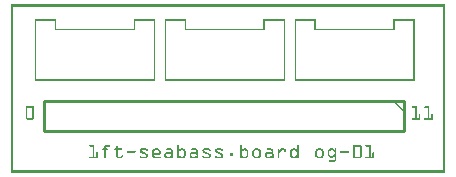
<source format=gto>
G04 MADE WITH FRITZING*
G04 WWW.FRITZING.ORG*
G04 DOUBLE SIDED*
G04 HOLES PLATED*
G04 CONTOUR ON CENTER OF CONTOUR VECTOR*
%ASAXBY*%
%FSLAX23Y23*%
%MOIN*%
%OFA0B0*%
%SFA1.0B1.0*%
%ADD10C,0.010000*%
%ADD11R,0.001000X0.001000*%
%LNSILK1*%
G90*
G70*
G54D10*
X1309Y240D02*
X109Y240D01*
D02*
X109Y240D02*
X109Y140D01*
D02*
X109Y140D02*
X1309Y140D01*
D02*
X1309Y140D02*
X1309Y240D01*
G54D11*
X0Y563D02*
X1447Y563D01*
X0Y562D02*
X1447Y562D01*
X0Y561D02*
X1447Y561D01*
X0Y560D02*
X1447Y560D01*
X0Y559D02*
X1447Y559D01*
X0Y558D02*
X1447Y558D01*
X0Y557D02*
X1447Y557D01*
X0Y556D02*
X1447Y556D01*
X0Y555D02*
X7Y555D01*
X1440Y555D02*
X1447Y555D01*
X0Y554D02*
X7Y554D01*
X1440Y554D02*
X1447Y554D01*
X0Y553D02*
X7Y553D01*
X1440Y553D02*
X1447Y553D01*
X0Y552D02*
X7Y552D01*
X1440Y552D02*
X1447Y552D01*
X0Y551D02*
X7Y551D01*
X1440Y551D02*
X1447Y551D01*
X0Y550D02*
X7Y550D01*
X1440Y550D02*
X1447Y550D01*
X0Y549D02*
X7Y549D01*
X1440Y549D02*
X1447Y549D01*
X0Y548D02*
X7Y548D01*
X1440Y548D02*
X1447Y548D01*
X0Y547D02*
X7Y547D01*
X1440Y547D02*
X1447Y547D01*
X0Y546D02*
X7Y546D01*
X1440Y546D02*
X1447Y546D01*
X0Y545D02*
X7Y545D01*
X1440Y545D02*
X1447Y545D01*
X0Y544D02*
X7Y544D01*
X1440Y544D02*
X1447Y544D01*
X0Y543D02*
X7Y543D01*
X1440Y543D02*
X1447Y543D01*
X0Y542D02*
X7Y542D01*
X1440Y542D02*
X1447Y542D01*
X0Y541D02*
X7Y541D01*
X1440Y541D02*
X1447Y541D01*
X0Y540D02*
X7Y540D01*
X1440Y540D02*
X1447Y540D01*
X0Y539D02*
X7Y539D01*
X1440Y539D02*
X1447Y539D01*
X0Y538D02*
X7Y538D01*
X1440Y538D02*
X1447Y538D01*
X0Y537D02*
X7Y537D01*
X1440Y537D02*
X1447Y537D01*
X0Y536D02*
X7Y536D01*
X1440Y536D02*
X1447Y536D01*
X0Y535D02*
X7Y535D01*
X1440Y535D02*
X1447Y535D01*
X0Y534D02*
X7Y534D01*
X1440Y534D02*
X1447Y534D01*
X0Y533D02*
X7Y533D01*
X1440Y533D02*
X1447Y533D01*
X0Y532D02*
X7Y532D01*
X1440Y532D02*
X1447Y532D01*
X0Y531D02*
X7Y531D01*
X1440Y531D02*
X1447Y531D01*
X0Y530D02*
X7Y530D01*
X1440Y530D02*
X1447Y530D01*
X0Y529D02*
X7Y529D01*
X1440Y529D02*
X1447Y529D01*
X0Y528D02*
X7Y528D01*
X1440Y528D02*
X1447Y528D01*
X0Y527D02*
X7Y527D01*
X1440Y527D02*
X1447Y527D01*
X0Y526D02*
X7Y526D01*
X1440Y526D02*
X1447Y526D01*
X0Y525D02*
X7Y525D01*
X1440Y525D02*
X1447Y525D01*
X0Y524D02*
X7Y524D01*
X1440Y524D02*
X1447Y524D01*
X0Y523D02*
X7Y523D01*
X1440Y523D02*
X1447Y523D01*
X0Y522D02*
X7Y522D01*
X1440Y522D02*
X1447Y522D01*
X0Y521D02*
X7Y521D01*
X1440Y521D02*
X1447Y521D01*
X0Y520D02*
X7Y520D01*
X1440Y520D02*
X1447Y520D01*
X0Y519D02*
X7Y519D01*
X1440Y519D02*
X1447Y519D01*
X0Y518D02*
X7Y518D01*
X1440Y518D02*
X1447Y518D01*
X0Y517D02*
X7Y517D01*
X1440Y517D02*
X1447Y517D01*
X0Y516D02*
X7Y516D01*
X1440Y516D02*
X1447Y516D01*
X0Y515D02*
X7Y515D01*
X1440Y515D02*
X1447Y515D01*
X0Y514D02*
X7Y514D01*
X1440Y514D02*
X1447Y514D01*
X0Y513D02*
X7Y513D01*
X82Y513D02*
X150Y513D01*
X409Y513D02*
X480Y513D01*
X515Y513D02*
X583Y513D01*
X842Y513D02*
X913Y513D01*
X948Y513D02*
X1016Y513D01*
X1275Y513D02*
X1346Y513D01*
X1440Y513D02*
X1447Y513D01*
X0Y512D02*
X7Y512D01*
X82Y512D02*
X150Y512D01*
X409Y512D02*
X480Y512D01*
X515Y512D02*
X583Y512D01*
X842Y512D02*
X913Y512D01*
X948Y512D02*
X1016Y512D01*
X1275Y512D02*
X1346Y512D01*
X1440Y512D02*
X1447Y512D01*
X0Y511D02*
X7Y511D01*
X82Y511D02*
X150Y511D01*
X409Y511D02*
X480Y511D01*
X515Y511D02*
X583Y511D01*
X842Y511D02*
X913Y511D01*
X948Y511D02*
X1016Y511D01*
X1275Y511D02*
X1346Y511D01*
X1440Y511D02*
X1447Y511D01*
X0Y510D02*
X7Y510D01*
X80Y510D02*
X150Y510D01*
X409Y510D02*
X480Y510D01*
X513Y510D02*
X583Y510D01*
X842Y510D02*
X913Y510D01*
X946Y510D02*
X1016Y510D01*
X1275Y510D02*
X1346Y510D01*
X1440Y510D02*
X1447Y510D01*
X0Y509D02*
X7Y509D01*
X80Y509D02*
X150Y509D01*
X409Y509D02*
X480Y509D01*
X513Y509D02*
X583Y509D01*
X842Y509D02*
X913Y509D01*
X946Y509D02*
X1016Y509D01*
X1275Y509D02*
X1346Y509D01*
X1440Y509D02*
X1447Y509D01*
X0Y508D02*
X7Y508D01*
X80Y508D02*
X84Y508D01*
X146Y508D02*
X150Y508D01*
X409Y508D02*
X414Y508D01*
X476Y508D02*
X480Y508D01*
X513Y508D02*
X517Y508D01*
X579Y508D02*
X583Y508D01*
X842Y508D02*
X847Y508D01*
X908Y508D02*
X913Y508D01*
X946Y508D02*
X950Y508D01*
X1012Y508D02*
X1016Y508D01*
X1275Y508D02*
X1279Y508D01*
X1341Y508D02*
X1346Y508D01*
X1440Y508D02*
X1447Y508D01*
X0Y507D02*
X7Y507D01*
X80Y507D02*
X84Y507D01*
X146Y507D02*
X150Y507D01*
X409Y507D02*
X413Y507D01*
X476Y507D02*
X480Y507D01*
X513Y507D02*
X517Y507D01*
X579Y507D02*
X583Y507D01*
X842Y507D02*
X846Y507D01*
X909Y507D02*
X913Y507D01*
X946Y507D02*
X950Y507D01*
X1012Y507D02*
X1016Y507D01*
X1275Y507D02*
X1279Y507D01*
X1342Y507D02*
X1346Y507D01*
X1440Y507D02*
X1447Y507D01*
X0Y506D02*
X7Y506D01*
X80Y506D02*
X84Y506D01*
X146Y506D02*
X150Y506D01*
X409Y506D02*
X413Y506D01*
X476Y506D02*
X480Y506D01*
X513Y506D02*
X517Y506D01*
X579Y506D02*
X583Y506D01*
X842Y506D02*
X846Y506D01*
X909Y506D02*
X913Y506D01*
X946Y506D02*
X950Y506D01*
X1012Y506D02*
X1016Y506D01*
X1275Y506D02*
X1279Y506D01*
X1342Y506D02*
X1346Y506D01*
X1440Y506D02*
X1447Y506D01*
X0Y505D02*
X7Y505D01*
X80Y505D02*
X84Y505D01*
X146Y505D02*
X150Y505D01*
X409Y505D02*
X413Y505D01*
X476Y505D02*
X480Y505D01*
X513Y505D02*
X517Y505D01*
X579Y505D02*
X583Y505D01*
X842Y505D02*
X846Y505D01*
X909Y505D02*
X913Y505D01*
X946Y505D02*
X950Y505D01*
X1012Y505D02*
X1016Y505D01*
X1275Y505D02*
X1279Y505D01*
X1342Y505D02*
X1346Y505D01*
X1440Y505D02*
X1447Y505D01*
X0Y504D02*
X7Y504D01*
X80Y504D02*
X84Y504D01*
X146Y504D02*
X150Y504D01*
X409Y504D02*
X413Y504D01*
X476Y504D02*
X480Y504D01*
X513Y504D02*
X517Y504D01*
X579Y504D02*
X583Y504D01*
X842Y504D02*
X846Y504D01*
X909Y504D02*
X913Y504D01*
X946Y504D02*
X950Y504D01*
X1012Y504D02*
X1016Y504D01*
X1275Y504D02*
X1279Y504D01*
X1342Y504D02*
X1346Y504D01*
X1440Y504D02*
X1447Y504D01*
X0Y503D02*
X7Y503D01*
X80Y503D02*
X84Y503D01*
X146Y503D02*
X150Y503D01*
X409Y503D02*
X413Y503D01*
X476Y503D02*
X480Y503D01*
X513Y503D02*
X517Y503D01*
X579Y503D02*
X583Y503D01*
X842Y503D02*
X846Y503D01*
X909Y503D02*
X913Y503D01*
X946Y503D02*
X950Y503D01*
X1012Y503D02*
X1016Y503D01*
X1275Y503D02*
X1279Y503D01*
X1342Y503D02*
X1346Y503D01*
X1440Y503D02*
X1447Y503D01*
X0Y502D02*
X7Y502D01*
X80Y502D02*
X84Y502D01*
X146Y502D02*
X150Y502D01*
X409Y502D02*
X413Y502D01*
X476Y502D02*
X480Y502D01*
X513Y502D02*
X517Y502D01*
X579Y502D02*
X583Y502D01*
X842Y502D02*
X846Y502D01*
X909Y502D02*
X913Y502D01*
X946Y502D02*
X950Y502D01*
X1012Y502D02*
X1016Y502D01*
X1275Y502D02*
X1279Y502D01*
X1342Y502D02*
X1346Y502D01*
X1440Y502D02*
X1447Y502D01*
X0Y501D02*
X7Y501D01*
X80Y501D02*
X84Y501D01*
X146Y501D02*
X150Y501D01*
X409Y501D02*
X413Y501D01*
X476Y501D02*
X480Y501D01*
X513Y501D02*
X517Y501D01*
X579Y501D02*
X583Y501D01*
X842Y501D02*
X846Y501D01*
X909Y501D02*
X913Y501D01*
X946Y501D02*
X950Y501D01*
X1012Y501D02*
X1016Y501D01*
X1275Y501D02*
X1279Y501D01*
X1342Y501D02*
X1346Y501D01*
X1440Y501D02*
X1447Y501D01*
X0Y500D02*
X7Y500D01*
X80Y500D02*
X84Y500D01*
X146Y500D02*
X150Y500D01*
X409Y500D02*
X413Y500D01*
X476Y500D02*
X480Y500D01*
X513Y500D02*
X517Y500D01*
X579Y500D02*
X583Y500D01*
X842Y500D02*
X846Y500D01*
X909Y500D02*
X913Y500D01*
X946Y500D02*
X950Y500D01*
X1012Y500D02*
X1016Y500D01*
X1275Y500D02*
X1279Y500D01*
X1342Y500D02*
X1346Y500D01*
X1440Y500D02*
X1447Y500D01*
X0Y499D02*
X7Y499D01*
X80Y499D02*
X84Y499D01*
X146Y499D02*
X150Y499D01*
X409Y499D02*
X413Y499D01*
X476Y499D02*
X480Y499D01*
X513Y499D02*
X517Y499D01*
X579Y499D02*
X583Y499D01*
X842Y499D02*
X846Y499D01*
X909Y499D02*
X913Y499D01*
X946Y499D02*
X950Y499D01*
X1012Y499D02*
X1016Y499D01*
X1275Y499D02*
X1279Y499D01*
X1342Y499D02*
X1346Y499D01*
X1440Y499D02*
X1447Y499D01*
X0Y498D02*
X7Y498D01*
X80Y498D02*
X84Y498D01*
X146Y498D02*
X150Y498D01*
X409Y498D02*
X413Y498D01*
X476Y498D02*
X480Y498D01*
X513Y498D02*
X517Y498D01*
X579Y498D02*
X583Y498D01*
X842Y498D02*
X846Y498D01*
X909Y498D02*
X913Y498D01*
X946Y498D02*
X950Y498D01*
X1012Y498D02*
X1016Y498D01*
X1275Y498D02*
X1279Y498D01*
X1342Y498D02*
X1346Y498D01*
X1440Y498D02*
X1447Y498D01*
X0Y497D02*
X7Y497D01*
X80Y497D02*
X84Y497D01*
X146Y497D02*
X150Y497D01*
X409Y497D02*
X413Y497D01*
X476Y497D02*
X480Y497D01*
X513Y497D02*
X517Y497D01*
X579Y497D02*
X583Y497D01*
X842Y497D02*
X846Y497D01*
X909Y497D02*
X913Y497D01*
X946Y497D02*
X950Y497D01*
X1012Y497D02*
X1016Y497D01*
X1275Y497D02*
X1279Y497D01*
X1342Y497D02*
X1346Y497D01*
X1440Y497D02*
X1447Y497D01*
X0Y496D02*
X7Y496D01*
X80Y496D02*
X84Y496D01*
X146Y496D02*
X150Y496D01*
X409Y496D02*
X413Y496D01*
X476Y496D02*
X480Y496D01*
X513Y496D02*
X517Y496D01*
X579Y496D02*
X583Y496D01*
X842Y496D02*
X846Y496D01*
X909Y496D02*
X913Y496D01*
X946Y496D02*
X950Y496D01*
X1012Y496D02*
X1016Y496D01*
X1275Y496D02*
X1279Y496D01*
X1342Y496D02*
X1346Y496D01*
X1440Y496D02*
X1447Y496D01*
X0Y495D02*
X7Y495D01*
X80Y495D02*
X84Y495D01*
X146Y495D02*
X150Y495D01*
X409Y495D02*
X413Y495D01*
X476Y495D02*
X480Y495D01*
X513Y495D02*
X517Y495D01*
X579Y495D02*
X583Y495D01*
X842Y495D02*
X846Y495D01*
X909Y495D02*
X913Y495D01*
X946Y495D02*
X950Y495D01*
X1012Y495D02*
X1016Y495D01*
X1275Y495D02*
X1279Y495D01*
X1342Y495D02*
X1346Y495D01*
X1440Y495D02*
X1447Y495D01*
X0Y494D02*
X7Y494D01*
X80Y494D02*
X84Y494D01*
X146Y494D02*
X150Y494D01*
X409Y494D02*
X413Y494D01*
X476Y494D02*
X480Y494D01*
X513Y494D02*
X517Y494D01*
X579Y494D02*
X583Y494D01*
X842Y494D02*
X846Y494D01*
X909Y494D02*
X913Y494D01*
X946Y494D02*
X950Y494D01*
X1012Y494D02*
X1016Y494D01*
X1275Y494D02*
X1279Y494D01*
X1342Y494D02*
X1346Y494D01*
X1440Y494D02*
X1447Y494D01*
X0Y493D02*
X7Y493D01*
X80Y493D02*
X84Y493D01*
X146Y493D02*
X150Y493D01*
X409Y493D02*
X413Y493D01*
X476Y493D02*
X480Y493D01*
X513Y493D02*
X517Y493D01*
X579Y493D02*
X583Y493D01*
X842Y493D02*
X846Y493D01*
X909Y493D02*
X913Y493D01*
X946Y493D02*
X950Y493D01*
X1012Y493D02*
X1016Y493D01*
X1275Y493D02*
X1279Y493D01*
X1342Y493D02*
X1346Y493D01*
X1440Y493D02*
X1447Y493D01*
X0Y492D02*
X7Y492D01*
X80Y492D02*
X84Y492D01*
X146Y492D02*
X150Y492D01*
X409Y492D02*
X413Y492D01*
X476Y492D02*
X480Y492D01*
X513Y492D02*
X517Y492D01*
X579Y492D02*
X583Y492D01*
X842Y492D02*
X846Y492D01*
X909Y492D02*
X913Y492D01*
X946Y492D02*
X950Y492D01*
X1012Y492D02*
X1016Y492D01*
X1275Y492D02*
X1279Y492D01*
X1342Y492D02*
X1346Y492D01*
X1440Y492D02*
X1447Y492D01*
X0Y491D02*
X7Y491D01*
X80Y491D02*
X84Y491D01*
X146Y491D02*
X150Y491D01*
X409Y491D02*
X413Y491D01*
X476Y491D02*
X480Y491D01*
X513Y491D02*
X517Y491D01*
X579Y491D02*
X583Y491D01*
X842Y491D02*
X846Y491D01*
X909Y491D02*
X913Y491D01*
X946Y491D02*
X950Y491D01*
X1012Y491D02*
X1016Y491D01*
X1275Y491D02*
X1279Y491D01*
X1342Y491D02*
X1346Y491D01*
X1440Y491D02*
X1447Y491D01*
X0Y490D02*
X7Y490D01*
X80Y490D02*
X84Y490D01*
X146Y490D02*
X150Y490D01*
X409Y490D02*
X413Y490D01*
X476Y490D02*
X480Y490D01*
X513Y490D02*
X517Y490D01*
X579Y490D02*
X583Y490D01*
X842Y490D02*
X846Y490D01*
X909Y490D02*
X913Y490D01*
X946Y490D02*
X950Y490D01*
X1012Y490D02*
X1016Y490D01*
X1275Y490D02*
X1279Y490D01*
X1342Y490D02*
X1346Y490D01*
X1440Y490D02*
X1447Y490D01*
X0Y489D02*
X7Y489D01*
X80Y489D02*
X84Y489D01*
X146Y489D02*
X150Y489D01*
X409Y489D02*
X413Y489D01*
X476Y489D02*
X480Y489D01*
X513Y489D02*
X517Y489D01*
X579Y489D02*
X583Y489D01*
X842Y489D02*
X846Y489D01*
X909Y489D02*
X913Y489D01*
X946Y489D02*
X950Y489D01*
X1012Y489D02*
X1016Y489D01*
X1275Y489D02*
X1279Y489D01*
X1342Y489D02*
X1346Y489D01*
X1440Y489D02*
X1447Y489D01*
X0Y488D02*
X7Y488D01*
X80Y488D02*
X84Y488D01*
X146Y488D02*
X150Y488D01*
X409Y488D02*
X413Y488D01*
X476Y488D02*
X480Y488D01*
X513Y488D02*
X517Y488D01*
X579Y488D02*
X583Y488D01*
X842Y488D02*
X846Y488D01*
X909Y488D02*
X913Y488D01*
X946Y488D02*
X950Y488D01*
X1012Y488D02*
X1016Y488D01*
X1275Y488D02*
X1279Y488D01*
X1342Y488D02*
X1346Y488D01*
X1440Y488D02*
X1447Y488D01*
X0Y487D02*
X7Y487D01*
X80Y487D02*
X84Y487D01*
X146Y487D02*
X150Y487D01*
X409Y487D02*
X413Y487D01*
X476Y487D02*
X480Y487D01*
X513Y487D02*
X517Y487D01*
X579Y487D02*
X583Y487D01*
X842Y487D02*
X846Y487D01*
X909Y487D02*
X913Y487D01*
X946Y487D02*
X950Y487D01*
X1012Y487D02*
X1016Y487D01*
X1275Y487D02*
X1279Y487D01*
X1342Y487D02*
X1346Y487D01*
X1440Y487D02*
X1447Y487D01*
X0Y486D02*
X7Y486D01*
X80Y486D02*
X84Y486D01*
X146Y486D02*
X150Y486D01*
X409Y486D02*
X413Y486D01*
X476Y486D02*
X480Y486D01*
X513Y486D02*
X517Y486D01*
X579Y486D02*
X583Y486D01*
X842Y486D02*
X846Y486D01*
X909Y486D02*
X913Y486D01*
X946Y486D02*
X950Y486D01*
X1012Y486D02*
X1016Y486D01*
X1275Y486D02*
X1279Y486D01*
X1342Y486D02*
X1346Y486D01*
X1440Y486D02*
X1447Y486D01*
X0Y485D02*
X7Y485D01*
X80Y485D02*
X84Y485D01*
X146Y485D02*
X150Y485D01*
X409Y485D02*
X413Y485D01*
X476Y485D02*
X480Y485D01*
X513Y485D02*
X517Y485D01*
X579Y485D02*
X583Y485D01*
X842Y485D02*
X846Y485D01*
X909Y485D02*
X913Y485D01*
X946Y485D02*
X950Y485D01*
X1012Y485D02*
X1016Y485D01*
X1275Y485D02*
X1279Y485D01*
X1342Y485D02*
X1346Y485D01*
X1440Y485D02*
X1447Y485D01*
X0Y484D02*
X7Y484D01*
X80Y484D02*
X84Y484D01*
X146Y484D02*
X150Y484D01*
X409Y484D02*
X413Y484D01*
X476Y484D02*
X480Y484D01*
X513Y484D02*
X517Y484D01*
X579Y484D02*
X583Y484D01*
X842Y484D02*
X846Y484D01*
X909Y484D02*
X913Y484D01*
X946Y484D02*
X950Y484D01*
X1012Y484D02*
X1016Y484D01*
X1275Y484D02*
X1279Y484D01*
X1342Y484D02*
X1346Y484D01*
X1440Y484D02*
X1447Y484D01*
X0Y483D02*
X7Y483D01*
X80Y483D02*
X84Y483D01*
X146Y483D02*
X150Y483D01*
X409Y483D02*
X413Y483D01*
X476Y483D02*
X480Y483D01*
X513Y483D02*
X517Y483D01*
X579Y483D02*
X583Y483D01*
X842Y483D02*
X846Y483D01*
X909Y483D02*
X913Y483D01*
X946Y483D02*
X950Y483D01*
X1012Y483D02*
X1016Y483D01*
X1275Y483D02*
X1279Y483D01*
X1342Y483D02*
X1346Y483D01*
X1440Y483D02*
X1447Y483D01*
X0Y482D02*
X7Y482D01*
X80Y482D02*
X84Y482D01*
X146Y482D02*
X151Y482D01*
X409Y482D02*
X413Y482D01*
X476Y482D02*
X480Y482D01*
X513Y482D02*
X517Y482D01*
X579Y482D02*
X584Y482D01*
X842Y482D02*
X846Y482D01*
X909Y482D02*
X913Y482D01*
X946Y482D02*
X950Y482D01*
X1012Y482D02*
X1017Y482D01*
X1275Y482D02*
X1279Y482D01*
X1342Y482D02*
X1346Y482D01*
X1440Y482D02*
X1447Y482D01*
X0Y481D02*
X7Y481D01*
X80Y481D02*
X84Y481D01*
X146Y481D02*
X413Y481D01*
X476Y481D02*
X480Y481D01*
X513Y481D02*
X517Y481D01*
X579Y481D02*
X846Y481D01*
X909Y481D02*
X913Y481D01*
X946Y481D02*
X950Y481D01*
X1012Y481D02*
X1279Y481D01*
X1342Y481D02*
X1346Y481D01*
X1440Y481D02*
X1447Y481D01*
X0Y480D02*
X7Y480D01*
X80Y480D02*
X84Y480D01*
X146Y480D02*
X413Y480D01*
X476Y480D02*
X480Y480D01*
X513Y480D02*
X517Y480D01*
X579Y480D02*
X846Y480D01*
X909Y480D02*
X913Y480D01*
X946Y480D02*
X950Y480D01*
X1012Y480D02*
X1279Y480D01*
X1342Y480D02*
X1346Y480D01*
X1440Y480D02*
X1447Y480D01*
X0Y479D02*
X7Y479D01*
X80Y479D02*
X84Y479D01*
X146Y479D02*
X413Y479D01*
X476Y479D02*
X480Y479D01*
X513Y479D02*
X517Y479D01*
X579Y479D02*
X846Y479D01*
X909Y479D02*
X913Y479D01*
X946Y479D02*
X950Y479D01*
X1012Y479D02*
X1279Y479D01*
X1342Y479D02*
X1346Y479D01*
X1440Y479D02*
X1447Y479D01*
X0Y478D02*
X7Y478D01*
X80Y478D02*
X84Y478D01*
X146Y478D02*
X413Y478D01*
X476Y478D02*
X480Y478D01*
X513Y478D02*
X517Y478D01*
X579Y478D02*
X846Y478D01*
X909Y478D02*
X913Y478D01*
X946Y478D02*
X950Y478D01*
X1012Y478D02*
X1279Y478D01*
X1342Y478D02*
X1346Y478D01*
X1440Y478D02*
X1447Y478D01*
X0Y477D02*
X7Y477D01*
X80Y477D02*
X84Y477D01*
X146Y477D02*
X413Y477D01*
X476Y477D02*
X480Y477D01*
X513Y477D02*
X517Y477D01*
X579Y477D02*
X846Y477D01*
X909Y477D02*
X913Y477D01*
X946Y477D02*
X950Y477D01*
X1012Y477D02*
X1279Y477D01*
X1342Y477D02*
X1346Y477D01*
X1440Y477D02*
X1447Y477D01*
X0Y476D02*
X7Y476D01*
X80Y476D02*
X84Y476D01*
X476Y476D02*
X480Y476D01*
X513Y476D02*
X517Y476D01*
X909Y476D02*
X913Y476D01*
X946Y476D02*
X950Y476D01*
X1342Y476D02*
X1346Y476D01*
X1440Y476D02*
X1447Y476D01*
X0Y475D02*
X7Y475D01*
X80Y475D02*
X84Y475D01*
X476Y475D02*
X480Y475D01*
X513Y475D02*
X517Y475D01*
X909Y475D02*
X913Y475D01*
X946Y475D02*
X950Y475D01*
X1342Y475D02*
X1346Y475D01*
X1440Y475D02*
X1447Y475D01*
X0Y474D02*
X7Y474D01*
X80Y474D02*
X84Y474D01*
X476Y474D02*
X480Y474D01*
X513Y474D02*
X517Y474D01*
X909Y474D02*
X913Y474D01*
X946Y474D02*
X950Y474D01*
X1342Y474D02*
X1346Y474D01*
X1440Y474D02*
X1447Y474D01*
X0Y473D02*
X7Y473D01*
X80Y473D02*
X84Y473D01*
X476Y473D02*
X480Y473D01*
X513Y473D02*
X517Y473D01*
X909Y473D02*
X913Y473D01*
X946Y473D02*
X950Y473D01*
X1342Y473D02*
X1346Y473D01*
X1440Y473D02*
X1447Y473D01*
X0Y472D02*
X7Y472D01*
X80Y472D02*
X84Y472D01*
X476Y472D02*
X480Y472D01*
X513Y472D02*
X517Y472D01*
X909Y472D02*
X913Y472D01*
X946Y472D02*
X950Y472D01*
X1342Y472D02*
X1346Y472D01*
X1440Y472D02*
X1447Y472D01*
X0Y471D02*
X7Y471D01*
X80Y471D02*
X84Y471D01*
X476Y471D02*
X480Y471D01*
X513Y471D02*
X517Y471D01*
X909Y471D02*
X913Y471D01*
X946Y471D02*
X950Y471D01*
X1342Y471D02*
X1346Y471D01*
X1440Y471D02*
X1447Y471D01*
X0Y470D02*
X7Y470D01*
X80Y470D02*
X84Y470D01*
X476Y470D02*
X480Y470D01*
X513Y470D02*
X517Y470D01*
X909Y470D02*
X913Y470D01*
X946Y470D02*
X950Y470D01*
X1342Y470D02*
X1346Y470D01*
X1440Y470D02*
X1447Y470D01*
X0Y469D02*
X7Y469D01*
X80Y469D02*
X84Y469D01*
X476Y469D02*
X480Y469D01*
X513Y469D02*
X517Y469D01*
X909Y469D02*
X913Y469D01*
X946Y469D02*
X950Y469D01*
X1342Y469D02*
X1346Y469D01*
X1440Y469D02*
X1447Y469D01*
X0Y468D02*
X7Y468D01*
X80Y468D02*
X84Y468D01*
X476Y468D02*
X480Y468D01*
X513Y468D02*
X517Y468D01*
X909Y468D02*
X913Y468D01*
X946Y468D02*
X950Y468D01*
X1342Y468D02*
X1346Y468D01*
X1440Y468D02*
X1447Y468D01*
X0Y467D02*
X7Y467D01*
X80Y467D02*
X84Y467D01*
X476Y467D02*
X480Y467D01*
X513Y467D02*
X517Y467D01*
X909Y467D02*
X913Y467D01*
X946Y467D02*
X950Y467D01*
X1342Y467D02*
X1346Y467D01*
X1440Y467D02*
X1447Y467D01*
X0Y466D02*
X7Y466D01*
X80Y466D02*
X84Y466D01*
X476Y466D02*
X480Y466D01*
X513Y466D02*
X517Y466D01*
X909Y466D02*
X913Y466D01*
X946Y466D02*
X950Y466D01*
X1342Y466D02*
X1346Y466D01*
X1440Y466D02*
X1447Y466D01*
X0Y465D02*
X7Y465D01*
X80Y465D02*
X84Y465D01*
X476Y465D02*
X480Y465D01*
X513Y465D02*
X517Y465D01*
X909Y465D02*
X913Y465D01*
X946Y465D02*
X950Y465D01*
X1342Y465D02*
X1346Y465D01*
X1440Y465D02*
X1447Y465D01*
X0Y464D02*
X7Y464D01*
X80Y464D02*
X84Y464D01*
X476Y464D02*
X480Y464D01*
X513Y464D02*
X517Y464D01*
X909Y464D02*
X913Y464D01*
X946Y464D02*
X950Y464D01*
X1342Y464D02*
X1346Y464D01*
X1440Y464D02*
X1447Y464D01*
X0Y463D02*
X7Y463D01*
X80Y463D02*
X84Y463D01*
X476Y463D02*
X480Y463D01*
X513Y463D02*
X517Y463D01*
X909Y463D02*
X913Y463D01*
X946Y463D02*
X950Y463D01*
X1342Y463D02*
X1346Y463D01*
X1440Y463D02*
X1447Y463D01*
X0Y462D02*
X7Y462D01*
X80Y462D02*
X84Y462D01*
X476Y462D02*
X480Y462D01*
X513Y462D02*
X517Y462D01*
X909Y462D02*
X913Y462D01*
X946Y462D02*
X950Y462D01*
X1342Y462D02*
X1346Y462D01*
X1440Y462D02*
X1447Y462D01*
X0Y461D02*
X7Y461D01*
X80Y461D02*
X84Y461D01*
X476Y461D02*
X480Y461D01*
X513Y461D02*
X517Y461D01*
X909Y461D02*
X913Y461D01*
X946Y461D02*
X950Y461D01*
X1342Y461D02*
X1346Y461D01*
X1440Y461D02*
X1447Y461D01*
X0Y460D02*
X7Y460D01*
X80Y460D02*
X84Y460D01*
X476Y460D02*
X480Y460D01*
X513Y460D02*
X517Y460D01*
X909Y460D02*
X913Y460D01*
X946Y460D02*
X950Y460D01*
X1342Y460D02*
X1346Y460D01*
X1440Y460D02*
X1447Y460D01*
X0Y459D02*
X7Y459D01*
X80Y459D02*
X84Y459D01*
X476Y459D02*
X480Y459D01*
X513Y459D02*
X517Y459D01*
X909Y459D02*
X913Y459D01*
X946Y459D02*
X950Y459D01*
X1342Y459D02*
X1346Y459D01*
X1440Y459D02*
X1447Y459D01*
X0Y458D02*
X7Y458D01*
X80Y458D02*
X84Y458D01*
X476Y458D02*
X480Y458D01*
X513Y458D02*
X517Y458D01*
X909Y458D02*
X913Y458D01*
X946Y458D02*
X950Y458D01*
X1342Y458D02*
X1346Y458D01*
X1440Y458D02*
X1447Y458D01*
X0Y457D02*
X7Y457D01*
X80Y457D02*
X84Y457D01*
X476Y457D02*
X480Y457D01*
X513Y457D02*
X517Y457D01*
X909Y457D02*
X913Y457D01*
X946Y457D02*
X950Y457D01*
X1342Y457D02*
X1346Y457D01*
X1440Y457D02*
X1447Y457D01*
X0Y456D02*
X7Y456D01*
X80Y456D02*
X84Y456D01*
X476Y456D02*
X480Y456D01*
X513Y456D02*
X517Y456D01*
X909Y456D02*
X913Y456D01*
X946Y456D02*
X950Y456D01*
X1342Y456D02*
X1346Y456D01*
X1440Y456D02*
X1447Y456D01*
X0Y455D02*
X7Y455D01*
X80Y455D02*
X84Y455D01*
X476Y455D02*
X480Y455D01*
X513Y455D02*
X517Y455D01*
X909Y455D02*
X913Y455D01*
X946Y455D02*
X950Y455D01*
X1342Y455D02*
X1346Y455D01*
X1440Y455D02*
X1447Y455D01*
X0Y454D02*
X7Y454D01*
X80Y454D02*
X84Y454D01*
X476Y454D02*
X480Y454D01*
X513Y454D02*
X517Y454D01*
X909Y454D02*
X913Y454D01*
X946Y454D02*
X950Y454D01*
X1342Y454D02*
X1346Y454D01*
X1440Y454D02*
X1447Y454D01*
X0Y453D02*
X7Y453D01*
X80Y453D02*
X84Y453D01*
X476Y453D02*
X480Y453D01*
X513Y453D02*
X517Y453D01*
X909Y453D02*
X913Y453D01*
X946Y453D02*
X950Y453D01*
X1342Y453D02*
X1346Y453D01*
X1440Y453D02*
X1447Y453D01*
X0Y452D02*
X7Y452D01*
X80Y452D02*
X84Y452D01*
X476Y452D02*
X480Y452D01*
X513Y452D02*
X517Y452D01*
X909Y452D02*
X913Y452D01*
X946Y452D02*
X950Y452D01*
X1342Y452D02*
X1346Y452D01*
X1440Y452D02*
X1447Y452D01*
X0Y451D02*
X7Y451D01*
X80Y451D02*
X84Y451D01*
X476Y451D02*
X480Y451D01*
X513Y451D02*
X517Y451D01*
X909Y451D02*
X913Y451D01*
X946Y451D02*
X950Y451D01*
X1342Y451D02*
X1346Y451D01*
X1440Y451D02*
X1447Y451D01*
X0Y450D02*
X7Y450D01*
X80Y450D02*
X84Y450D01*
X476Y450D02*
X480Y450D01*
X513Y450D02*
X517Y450D01*
X909Y450D02*
X913Y450D01*
X946Y450D02*
X950Y450D01*
X1342Y450D02*
X1346Y450D01*
X1440Y450D02*
X1447Y450D01*
X0Y449D02*
X7Y449D01*
X80Y449D02*
X84Y449D01*
X476Y449D02*
X480Y449D01*
X513Y449D02*
X517Y449D01*
X909Y449D02*
X913Y449D01*
X946Y449D02*
X950Y449D01*
X1342Y449D02*
X1346Y449D01*
X1440Y449D02*
X1447Y449D01*
X0Y448D02*
X7Y448D01*
X80Y448D02*
X84Y448D01*
X476Y448D02*
X480Y448D01*
X513Y448D02*
X517Y448D01*
X909Y448D02*
X913Y448D01*
X946Y448D02*
X950Y448D01*
X1342Y448D02*
X1346Y448D01*
X1440Y448D02*
X1447Y448D01*
X0Y447D02*
X7Y447D01*
X80Y447D02*
X84Y447D01*
X476Y447D02*
X480Y447D01*
X513Y447D02*
X517Y447D01*
X909Y447D02*
X913Y447D01*
X946Y447D02*
X950Y447D01*
X1342Y447D02*
X1346Y447D01*
X1440Y447D02*
X1447Y447D01*
X0Y446D02*
X7Y446D01*
X80Y446D02*
X84Y446D01*
X476Y446D02*
X480Y446D01*
X513Y446D02*
X517Y446D01*
X909Y446D02*
X913Y446D01*
X946Y446D02*
X950Y446D01*
X1342Y446D02*
X1346Y446D01*
X1440Y446D02*
X1447Y446D01*
X0Y445D02*
X7Y445D01*
X80Y445D02*
X84Y445D01*
X476Y445D02*
X480Y445D01*
X513Y445D02*
X517Y445D01*
X909Y445D02*
X913Y445D01*
X946Y445D02*
X950Y445D01*
X1342Y445D02*
X1346Y445D01*
X1440Y445D02*
X1447Y445D01*
X0Y444D02*
X7Y444D01*
X80Y444D02*
X84Y444D01*
X476Y444D02*
X480Y444D01*
X513Y444D02*
X517Y444D01*
X909Y444D02*
X913Y444D01*
X946Y444D02*
X950Y444D01*
X1342Y444D02*
X1346Y444D01*
X1440Y444D02*
X1447Y444D01*
X0Y443D02*
X7Y443D01*
X80Y443D02*
X84Y443D01*
X476Y443D02*
X480Y443D01*
X513Y443D02*
X517Y443D01*
X909Y443D02*
X913Y443D01*
X946Y443D02*
X950Y443D01*
X1342Y443D02*
X1346Y443D01*
X1440Y443D02*
X1447Y443D01*
X0Y442D02*
X7Y442D01*
X80Y442D02*
X84Y442D01*
X476Y442D02*
X480Y442D01*
X513Y442D02*
X517Y442D01*
X909Y442D02*
X913Y442D01*
X946Y442D02*
X950Y442D01*
X1342Y442D02*
X1346Y442D01*
X1440Y442D02*
X1447Y442D01*
X0Y441D02*
X7Y441D01*
X80Y441D02*
X84Y441D01*
X476Y441D02*
X480Y441D01*
X513Y441D02*
X517Y441D01*
X909Y441D02*
X913Y441D01*
X946Y441D02*
X950Y441D01*
X1342Y441D02*
X1346Y441D01*
X1440Y441D02*
X1447Y441D01*
X0Y440D02*
X7Y440D01*
X80Y440D02*
X84Y440D01*
X476Y440D02*
X480Y440D01*
X513Y440D02*
X517Y440D01*
X909Y440D02*
X913Y440D01*
X946Y440D02*
X950Y440D01*
X1342Y440D02*
X1346Y440D01*
X1440Y440D02*
X1447Y440D01*
X0Y439D02*
X7Y439D01*
X80Y439D02*
X84Y439D01*
X476Y439D02*
X480Y439D01*
X513Y439D02*
X517Y439D01*
X909Y439D02*
X913Y439D01*
X946Y439D02*
X950Y439D01*
X1342Y439D02*
X1346Y439D01*
X1440Y439D02*
X1447Y439D01*
X0Y438D02*
X7Y438D01*
X80Y438D02*
X84Y438D01*
X476Y438D02*
X480Y438D01*
X513Y438D02*
X517Y438D01*
X909Y438D02*
X913Y438D01*
X946Y438D02*
X950Y438D01*
X1342Y438D02*
X1346Y438D01*
X1440Y438D02*
X1447Y438D01*
X0Y437D02*
X7Y437D01*
X80Y437D02*
X84Y437D01*
X476Y437D02*
X480Y437D01*
X513Y437D02*
X517Y437D01*
X909Y437D02*
X913Y437D01*
X946Y437D02*
X950Y437D01*
X1342Y437D02*
X1346Y437D01*
X1440Y437D02*
X1447Y437D01*
X0Y436D02*
X7Y436D01*
X80Y436D02*
X84Y436D01*
X476Y436D02*
X480Y436D01*
X513Y436D02*
X517Y436D01*
X909Y436D02*
X913Y436D01*
X946Y436D02*
X950Y436D01*
X1342Y436D02*
X1346Y436D01*
X1440Y436D02*
X1447Y436D01*
X0Y435D02*
X7Y435D01*
X80Y435D02*
X84Y435D01*
X476Y435D02*
X480Y435D01*
X513Y435D02*
X517Y435D01*
X909Y435D02*
X913Y435D01*
X946Y435D02*
X950Y435D01*
X1342Y435D02*
X1346Y435D01*
X1440Y435D02*
X1447Y435D01*
X0Y434D02*
X7Y434D01*
X80Y434D02*
X84Y434D01*
X476Y434D02*
X480Y434D01*
X513Y434D02*
X517Y434D01*
X909Y434D02*
X913Y434D01*
X946Y434D02*
X950Y434D01*
X1342Y434D02*
X1346Y434D01*
X1440Y434D02*
X1447Y434D01*
X0Y433D02*
X7Y433D01*
X80Y433D02*
X84Y433D01*
X476Y433D02*
X480Y433D01*
X513Y433D02*
X517Y433D01*
X909Y433D02*
X913Y433D01*
X946Y433D02*
X950Y433D01*
X1342Y433D02*
X1346Y433D01*
X1440Y433D02*
X1447Y433D01*
X0Y432D02*
X7Y432D01*
X80Y432D02*
X84Y432D01*
X476Y432D02*
X480Y432D01*
X513Y432D02*
X517Y432D01*
X909Y432D02*
X913Y432D01*
X946Y432D02*
X950Y432D01*
X1342Y432D02*
X1346Y432D01*
X1440Y432D02*
X1447Y432D01*
X0Y431D02*
X7Y431D01*
X80Y431D02*
X84Y431D01*
X476Y431D02*
X480Y431D01*
X513Y431D02*
X517Y431D01*
X909Y431D02*
X913Y431D01*
X946Y431D02*
X950Y431D01*
X1342Y431D02*
X1346Y431D01*
X1440Y431D02*
X1447Y431D01*
X0Y430D02*
X7Y430D01*
X80Y430D02*
X84Y430D01*
X476Y430D02*
X480Y430D01*
X513Y430D02*
X517Y430D01*
X909Y430D02*
X913Y430D01*
X946Y430D02*
X950Y430D01*
X1342Y430D02*
X1346Y430D01*
X1440Y430D02*
X1447Y430D01*
X0Y429D02*
X7Y429D01*
X80Y429D02*
X84Y429D01*
X476Y429D02*
X480Y429D01*
X513Y429D02*
X517Y429D01*
X909Y429D02*
X913Y429D01*
X946Y429D02*
X950Y429D01*
X1342Y429D02*
X1346Y429D01*
X1440Y429D02*
X1447Y429D01*
X0Y428D02*
X7Y428D01*
X80Y428D02*
X84Y428D01*
X476Y428D02*
X480Y428D01*
X513Y428D02*
X517Y428D01*
X909Y428D02*
X913Y428D01*
X946Y428D02*
X950Y428D01*
X1342Y428D02*
X1346Y428D01*
X1440Y428D02*
X1447Y428D01*
X0Y427D02*
X7Y427D01*
X80Y427D02*
X84Y427D01*
X476Y427D02*
X480Y427D01*
X513Y427D02*
X517Y427D01*
X909Y427D02*
X913Y427D01*
X946Y427D02*
X950Y427D01*
X1342Y427D02*
X1346Y427D01*
X1440Y427D02*
X1447Y427D01*
X0Y426D02*
X7Y426D01*
X80Y426D02*
X84Y426D01*
X476Y426D02*
X480Y426D01*
X513Y426D02*
X517Y426D01*
X909Y426D02*
X913Y426D01*
X946Y426D02*
X950Y426D01*
X1342Y426D02*
X1346Y426D01*
X1440Y426D02*
X1447Y426D01*
X0Y425D02*
X7Y425D01*
X80Y425D02*
X84Y425D01*
X476Y425D02*
X480Y425D01*
X513Y425D02*
X517Y425D01*
X909Y425D02*
X913Y425D01*
X946Y425D02*
X950Y425D01*
X1342Y425D02*
X1346Y425D01*
X1440Y425D02*
X1447Y425D01*
X0Y424D02*
X7Y424D01*
X80Y424D02*
X84Y424D01*
X476Y424D02*
X480Y424D01*
X513Y424D02*
X517Y424D01*
X909Y424D02*
X913Y424D01*
X946Y424D02*
X950Y424D01*
X1342Y424D02*
X1346Y424D01*
X1440Y424D02*
X1447Y424D01*
X0Y423D02*
X7Y423D01*
X80Y423D02*
X84Y423D01*
X476Y423D02*
X480Y423D01*
X513Y423D02*
X517Y423D01*
X909Y423D02*
X913Y423D01*
X946Y423D02*
X950Y423D01*
X1342Y423D02*
X1346Y423D01*
X1440Y423D02*
X1447Y423D01*
X0Y422D02*
X7Y422D01*
X80Y422D02*
X84Y422D01*
X476Y422D02*
X480Y422D01*
X513Y422D02*
X517Y422D01*
X909Y422D02*
X913Y422D01*
X946Y422D02*
X950Y422D01*
X1342Y422D02*
X1346Y422D01*
X1440Y422D02*
X1447Y422D01*
X0Y421D02*
X7Y421D01*
X80Y421D02*
X84Y421D01*
X476Y421D02*
X480Y421D01*
X513Y421D02*
X517Y421D01*
X909Y421D02*
X913Y421D01*
X946Y421D02*
X950Y421D01*
X1342Y421D02*
X1346Y421D01*
X1440Y421D02*
X1447Y421D01*
X0Y420D02*
X7Y420D01*
X80Y420D02*
X84Y420D01*
X476Y420D02*
X480Y420D01*
X513Y420D02*
X517Y420D01*
X909Y420D02*
X913Y420D01*
X946Y420D02*
X950Y420D01*
X1342Y420D02*
X1346Y420D01*
X1440Y420D02*
X1447Y420D01*
X0Y419D02*
X7Y419D01*
X80Y419D02*
X84Y419D01*
X476Y419D02*
X480Y419D01*
X513Y419D02*
X517Y419D01*
X909Y419D02*
X913Y419D01*
X946Y419D02*
X950Y419D01*
X1342Y419D02*
X1346Y419D01*
X1440Y419D02*
X1447Y419D01*
X0Y418D02*
X7Y418D01*
X80Y418D02*
X84Y418D01*
X476Y418D02*
X480Y418D01*
X513Y418D02*
X517Y418D01*
X909Y418D02*
X913Y418D01*
X946Y418D02*
X950Y418D01*
X1342Y418D02*
X1346Y418D01*
X1440Y418D02*
X1447Y418D01*
X0Y417D02*
X7Y417D01*
X80Y417D02*
X84Y417D01*
X476Y417D02*
X480Y417D01*
X513Y417D02*
X517Y417D01*
X909Y417D02*
X913Y417D01*
X946Y417D02*
X950Y417D01*
X1342Y417D02*
X1346Y417D01*
X1440Y417D02*
X1447Y417D01*
X0Y416D02*
X7Y416D01*
X80Y416D02*
X84Y416D01*
X476Y416D02*
X480Y416D01*
X513Y416D02*
X517Y416D01*
X909Y416D02*
X913Y416D01*
X946Y416D02*
X950Y416D01*
X1342Y416D02*
X1346Y416D01*
X1440Y416D02*
X1447Y416D01*
X0Y415D02*
X7Y415D01*
X80Y415D02*
X84Y415D01*
X476Y415D02*
X480Y415D01*
X513Y415D02*
X517Y415D01*
X909Y415D02*
X913Y415D01*
X946Y415D02*
X950Y415D01*
X1342Y415D02*
X1346Y415D01*
X1440Y415D02*
X1447Y415D01*
X0Y414D02*
X7Y414D01*
X80Y414D02*
X84Y414D01*
X476Y414D02*
X480Y414D01*
X513Y414D02*
X517Y414D01*
X909Y414D02*
X913Y414D01*
X946Y414D02*
X950Y414D01*
X1342Y414D02*
X1346Y414D01*
X1440Y414D02*
X1447Y414D01*
X0Y413D02*
X7Y413D01*
X80Y413D02*
X84Y413D01*
X476Y413D02*
X480Y413D01*
X513Y413D02*
X517Y413D01*
X909Y413D02*
X913Y413D01*
X946Y413D02*
X950Y413D01*
X1342Y413D02*
X1346Y413D01*
X1440Y413D02*
X1447Y413D01*
X0Y412D02*
X7Y412D01*
X80Y412D02*
X84Y412D01*
X476Y412D02*
X480Y412D01*
X513Y412D02*
X517Y412D01*
X909Y412D02*
X913Y412D01*
X946Y412D02*
X950Y412D01*
X1342Y412D02*
X1346Y412D01*
X1440Y412D02*
X1447Y412D01*
X0Y411D02*
X7Y411D01*
X80Y411D02*
X84Y411D01*
X476Y411D02*
X480Y411D01*
X513Y411D02*
X517Y411D01*
X909Y411D02*
X913Y411D01*
X946Y411D02*
X950Y411D01*
X1342Y411D02*
X1346Y411D01*
X1440Y411D02*
X1447Y411D01*
X0Y410D02*
X7Y410D01*
X80Y410D02*
X84Y410D01*
X476Y410D02*
X480Y410D01*
X513Y410D02*
X517Y410D01*
X909Y410D02*
X913Y410D01*
X946Y410D02*
X950Y410D01*
X1342Y410D02*
X1346Y410D01*
X1440Y410D02*
X1447Y410D01*
X0Y409D02*
X7Y409D01*
X80Y409D02*
X84Y409D01*
X476Y409D02*
X480Y409D01*
X513Y409D02*
X517Y409D01*
X909Y409D02*
X913Y409D01*
X946Y409D02*
X950Y409D01*
X1342Y409D02*
X1346Y409D01*
X1440Y409D02*
X1447Y409D01*
X0Y408D02*
X7Y408D01*
X80Y408D02*
X84Y408D01*
X476Y408D02*
X480Y408D01*
X513Y408D02*
X517Y408D01*
X909Y408D02*
X913Y408D01*
X946Y408D02*
X950Y408D01*
X1342Y408D02*
X1346Y408D01*
X1440Y408D02*
X1447Y408D01*
X0Y407D02*
X7Y407D01*
X80Y407D02*
X84Y407D01*
X476Y407D02*
X480Y407D01*
X513Y407D02*
X517Y407D01*
X909Y407D02*
X913Y407D01*
X946Y407D02*
X950Y407D01*
X1342Y407D02*
X1346Y407D01*
X1440Y407D02*
X1447Y407D01*
X0Y406D02*
X7Y406D01*
X80Y406D02*
X84Y406D01*
X476Y406D02*
X480Y406D01*
X513Y406D02*
X517Y406D01*
X909Y406D02*
X913Y406D01*
X946Y406D02*
X950Y406D01*
X1342Y406D02*
X1346Y406D01*
X1440Y406D02*
X1447Y406D01*
X0Y405D02*
X7Y405D01*
X80Y405D02*
X84Y405D01*
X476Y405D02*
X480Y405D01*
X513Y405D02*
X517Y405D01*
X909Y405D02*
X913Y405D01*
X946Y405D02*
X950Y405D01*
X1342Y405D02*
X1346Y405D01*
X1440Y405D02*
X1447Y405D01*
X0Y404D02*
X7Y404D01*
X80Y404D02*
X84Y404D01*
X476Y404D02*
X480Y404D01*
X513Y404D02*
X517Y404D01*
X909Y404D02*
X913Y404D01*
X946Y404D02*
X950Y404D01*
X1342Y404D02*
X1346Y404D01*
X1440Y404D02*
X1447Y404D01*
X0Y403D02*
X7Y403D01*
X80Y403D02*
X84Y403D01*
X476Y403D02*
X480Y403D01*
X513Y403D02*
X517Y403D01*
X909Y403D02*
X913Y403D01*
X946Y403D02*
X950Y403D01*
X1342Y403D02*
X1346Y403D01*
X1440Y403D02*
X1447Y403D01*
X0Y402D02*
X7Y402D01*
X80Y402D02*
X84Y402D01*
X476Y402D02*
X480Y402D01*
X513Y402D02*
X517Y402D01*
X909Y402D02*
X913Y402D01*
X946Y402D02*
X950Y402D01*
X1342Y402D02*
X1346Y402D01*
X1440Y402D02*
X1447Y402D01*
X0Y401D02*
X7Y401D01*
X80Y401D02*
X84Y401D01*
X476Y401D02*
X480Y401D01*
X513Y401D02*
X517Y401D01*
X909Y401D02*
X913Y401D01*
X946Y401D02*
X950Y401D01*
X1342Y401D02*
X1346Y401D01*
X1440Y401D02*
X1447Y401D01*
X0Y400D02*
X7Y400D01*
X80Y400D02*
X84Y400D01*
X476Y400D02*
X480Y400D01*
X513Y400D02*
X517Y400D01*
X909Y400D02*
X913Y400D01*
X946Y400D02*
X950Y400D01*
X1342Y400D02*
X1346Y400D01*
X1440Y400D02*
X1447Y400D01*
X0Y399D02*
X7Y399D01*
X80Y399D02*
X84Y399D01*
X476Y399D02*
X480Y399D01*
X513Y399D02*
X517Y399D01*
X909Y399D02*
X913Y399D01*
X946Y399D02*
X950Y399D01*
X1342Y399D02*
X1346Y399D01*
X1440Y399D02*
X1447Y399D01*
X0Y398D02*
X7Y398D01*
X80Y398D02*
X84Y398D01*
X476Y398D02*
X480Y398D01*
X513Y398D02*
X517Y398D01*
X909Y398D02*
X913Y398D01*
X946Y398D02*
X950Y398D01*
X1342Y398D02*
X1346Y398D01*
X1440Y398D02*
X1447Y398D01*
X0Y397D02*
X7Y397D01*
X80Y397D02*
X84Y397D01*
X476Y397D02*
X480Y397D01*
X513Y397D02*
X517Y397D01*
X909Y397D02*
X913Y397D01*
X946Y397D02*
X950Y397D01*
X1342Y397D02*
X1346Y397D01*
X1440Y397D02*
X1447Y397D01*
X0Y396D02*
X7Y396D01*
X80Y396D02*
X84Y396D01*
X476Y396D02*
X480Y396D01*
X513Y396D02*
X517Y396D01*
X909Y396D02*
X913Y396D01*
X946Y396D02*
X950Y396D01*
X1342Y396D02*
X1346Y396D01*
X1440Y396D02*
X1447Y396D01*
X0Y395D02*
X7Y395D01*
X80Y395D02*
X84Y395D01*
X476Y395D02*
X480Y395D01*
X513Y395D02*
X517Y395D01*
X909Y395D02*
X913Y395D01*
X946Y395D02*
X950Y395D01*
X1342Y395D02*
X1346Y395D01*
X1440Y395D02*
X1447Y395D01*
X0Y394D02*
X7Y394D01*
X80Y394D02*
X84Y394D01*
X476Y394D02*
X480Y394D01*
X513Y394D02*
X517Y394D01*
X909Y394D02*
X913Y394D01*
X946Y394D02*
X950Y394D01*
X1342Y394D02*
X1346Y394D01*
X1440Y394D02*
X1447Y394D01*
X0Y393D02*
X7Y393D01*
X80Y393D02*
X84Y393D01*
X476Y393D02*
X480Y393D01*
X513Y393D02*
X517Y393D01*
X909Y393D02*
X913Y393D01*
X946Y393D02*
X950Y393D01*
X1342Y393D02*
X1346Y393D01*
X1440Y393D02*
X1447Y393D01*
X0Y392D02*
X7Y392D01*
X80Y392D02*
X84Y392D01*
X476Y392D02*
X480Y392D01*
X513Y392D02*
X517Y392D01*
X909Y392D02*
X913Y392D01*
X946Y392D02*
X950Y392D01*
X1342Y392D02*
X1346Y392D01*
X1440Y392D02*
X1447Y392D01*
X0Y391D02*
X7Y391D01*
X80Y391D02*
X84Y391D01*
X476Y391D02*
X480Y391D01*
X513Y391D02*
X517Y391D01*
X909Y391D02*
X913Y391D01*
X946Y391D02*
X950Y391D01*
X1342Y391D02*
X1346Y391D01*
X1440Y391D02*
X1447Y391D01*
X0Y390D02*
X7Y390D01*
X80Y390D02*
X84Y390D01*
X476Y390D02*
X480Y390D01*
X513Y390D02*
X517Y390D01*
X909Y390D02*
X913Y390D01*
X946Y390D02*
X950Y390D01*
X1342Y390D02*
X1346Y390D01*
X1440Y390D02*
X1447Y390D01*
X0Y389D02*
X7Y389D01*
X80Y389D02*
X84Y389D01*
X476Y389D02*
X480Y389D01*
X513Y389D02*
X517Y389D01*
X909Y389D02*
X913Y389D01*
X946Y389D02*
X950Y389D01*
X1342Y389D02*
X1346Y389D01*
X1440Y389D02*
X1447Y389D01*
X0Y388D02*
X7Y388D01*
X80Y388D02*
X84Y388D01*
X476Y388D02*
X480Y388D01*
X513Y388D02*
X517Y388D01*
X909Y388D02*
X913Y388D01*
X946Y388D02*
X950Y388D01*
X1342Y388D02*
X1346Y388D01*
X1440Y388D02*
X1447Y388D01*
X0Y387D02*
X7Y387D01*
X80Y387D02*
X84Y387D01*
X476Y387D02*
X480Y387D01*
X513Y387D02*
X517Y387D01*
X909Y387D02*
X913Y387D01*
X946Y387D02*
X950Y387D01*
X1342Y387D02*
X1346Y387D01*
X1440Y387D02*
X1447Y387D01*
X0Y386D02*
X7Y386D01*
X80Y386D02*
X84Y386D01*
X476Y386D02*
X480Y386D01*
X513Y386D02*
X517Y386D01*
X909Y386D02*
X913Y386D01*
X946Y386D02*
X950Y386D01*
X1342Y386D02*
X1346Y386D01*
X1440Y386D02*
X1447Y386D01*
X0Y385D02*
X7Y385D01*
X80Y385D02*
X84Y385D01*
X476Y385D02*
X480Y385D01*
X513Y385D02*
X517Y385D01*
X909Y385D02*
X913Y385D01*
X946Y385D02*
X950Y385D01*
X1342Y385D02*
X1346Y385D01*
X1440Y385D02*
X1447Y385D01*
X0Y384D02*
X7Y384D01*
X80Y384D02*
X84Y384D01*
X476Y384D02*
X480Y384D01*
X513Y384D02*
X517Y384D01*
X909Y384D02*
X913Y384D01*
X946Y384D02*
X950Y384D01*
X1342Y384D02*
X1346Y384D01*
X1440Y384D02*
X1447Y384D01*
X0Y383D02*
X7Y383D01*
X80Y383D02*
X84Y383D01*
X476Y383D02*
X480Y383D01*
X513Y383D02*
X517Y383D01*
X909Y383D02*
X913Y383D01*
X946Y383D02*
X950Y383D01*
X1342Y383D02*
X1346Y383D01*
X1440Y383D02*
X1447Y383D01*
X0Y382D02*
X7Y382D01*
X80Y382D02*
X84Y382D01*
X476Y382D02*
X480Y382D01*
X513Y382D02*
X517Y382D01*
X909Y382D02*
X913Y382D01*
X946Y382D02*
X950Y382D01*
X1342Y382D02*
X1346Y382D01*
X1440Y382D02*
X1447Y382D01*
X0Y381D02*
X7Y381D01*
X80Y381D02*
X84Y381D01*
X476Y381D02*
X480Y381D01*
X513Y381D02*
X517Y381D01*
X909Y381D02*
X913Y381D01*
X946Y381D02*
X950Y381D01*
X1342Y381D02*
X1346Y381D01*
X1440Y381D02*
X1447Y381D01*
X0Y380D02*
X7Y380D01*
X80Y380D02*
X84Y380D01*
X476Y380D02*
X480Y380D01*
X513Y380D02*
X517Y380D01*
X909Y380D02*
X913Y380D01*
X946Y380D02*
X950Y380D01*
X1342Y380D02*
X1346Y380D01*
X1440Y380D02*
X1447Y380D01*
X0Y379D02*
X7Y379D01*
X80Y379D02*
X84Y379D01*
X476Y379D02*
X480Y379D01*
X513Y379D02*
X517Y379D01*
X909Y379D02*
X913Y379D01*
X946Y379D02*
X950Y379D01*
X1342Y379D02*
X1346Y379D01*
X1440Y379D02*
X1447Y379D01*
X0Y378D02*
X7Y378D01*
X80Y378D02*
X84Y378D01*
X476Y378D02*
X480Y378D01*
X513Y378D02*
X517Y378D01*
X909Y378D02*
X913Y378D01*
X946Y378D02*
X950Y378D01*
X1342Y378D02*
X1346Y378D01*
X1440Y378D02*
X1447Y378D01*
X0Y377D02*
X7Y377D01*
X80Y377D02*
X84Y377D01*
X476Y377D02*
X480Y377D01*
X513Y377D02*
X517Y377D01*
X909Y377D02*
X913Y377D01*
X946Y377D02*
X950Y377D01*
X1342Y377D02*
X1346Y377D01*
X1440Y377D02*
X1447Y377D01*
X0Y376D02*
X7Y376D01*
X80Y376D02*
X84Y376D01*
X476Y376D02*
X480Y376D01*
X513Y376D02*
X517Y376D01*
X909Y376D02*
X913Y376D01*
X946Y376D02*
X950Y376D01*
X1342Y376D02*
X1346Y376D01*
X1440Y376D02*
X1447Y376D01*
X0Y375D02*
X7Y375D01*
X80Y375D02*
X84Y375D01*
X476Y375D02*
X480Y375D01*
X513Y375D02*
X517Y375D01*
X909Y375D02*
X913Y375D01*
X946Y375D02*
X950Y375D01*
X1342Y375D02*
X1346Y375D01*
X1440Y375D02*
X1447Y375D01*
X0Y374D02*
X7Y374D01*
X80Y374D02*
X84Y374D01*
X476Y374D02*
X480Y374D01*
X513Y374D02*
X517Y374D01*
X909Y374D02*
X913Y374D01*
X946Y374D02*
X950Y374D01*
X1342Y374D02*
X1346Y374D01*
X1440Y374D02*
X1447Y374D01*
X0Y373D02*
X7Y373D01*
X80Y373D02*
X84Y373D01*
X476Y373D02*
X480Y373D01*
X513Y373D02*
X517Y373D01*
X909Y373D02*
X913Y373D01*
X946Y373D02*
X950Y373D01*
X1342Y373D02*
X1346Y373D01*
X1440Y373D02*
X1447Y373D01*
X0Y372D02*
X7Y372D01*
X80Y372D02*
X84Y372D01*
X476Y372D02*
X480Y372D01*
X513Y372D02*
X517Y372D01*
X909Y372D02*
X913Y372D01*
X946Y372D02*
X950Y372D01*
X1342Y372D02*
X1346Y372D01*
X1440Y372D02*
X1447Y372D01*
X0Y371D02*
X7Y371D01*
X80Y371D02*
X84Y371D01*
X476Y371D02*
X480Y371D01*
X513Y371D02*
X517Y371D01*
X909Y371D02*
X913Y371D01*
X946Y371D02*
X950Y371D01*
X1342Y371D02*
X1346Y371D01*
X1440Y371D02*
X1447Y371D01*
X0Y370D02*
X7Y370D01*
X80Y370D02*
X84Y370D01*
X476Y370D02*
X480Y370D01*
X513Y370D02*
X517Y370D01*
X909Y370D02*
X913Y370D01*
X946Y370D02*
X950Y370D01*
X1342Y370D02*
X1346Y370D01*
X1440Y370D02*
X1447Y370D01*
X0Y369D02*
X7Y369D01*
X80Y369D02*
X84Y369D01*
X476Y369D02*
X480Y369D01*
X513Y369D02*
X517Y369D01*
X909Y369D02*
X913Y369D01*
X946Y369D02*
X950Y369D01*
X1342Y369D02*
X1346Y369D01*
X1440Y369D02*
X1447Y369D01*
X0Y368D02*
X7Y368D01*
X80Y368D02*
X84Y368D01*
X476Y368D02*
X480Y368D01*
X513Y368D02*
X517Y368D01*
X909Y368D02*
X913Y368D01*
X946Y368D02*
X950Y368D01*
X1342Y368D02*
X1346Y368D01*
X1440Y368D02*
X1447Y368D01*
X0Y367D02*
X7Y367D01*
X80Y367D02*
X84Y367D01*
X476Y367D02*
X480Y367D01*
X513Y367D02*
X517Y367D01*
X909Y367D02*
X913Y367D01*
X946Y367D02*
X950Y367D01*
X1342Y367D02*
X1346Y367D01*
X1440Y367D02*
X1447Y367D01*
X0Y366D02*
X7Y366D01*
X80Y366D02*
X84Y366D01*
X476Y366D02*
X480Y366D01*
X513Y366D02*
X517Y366D01*
X909Y366D02*
X913Y366D01*
X946Y366D02*
X950Y366D01*
X1342Y366D02*
X1346Y366D01*
X1440Y366D02*
X1447Y366D01*
X0Y365D02*
X7Y365D01*
X80Y365D02*
X84Y365D01*
X476Y365D02*
X480Y365D01*
X513Y365D02*
X517Y365D01*
X909Y365D02*
X913Y365D01*
X946Y365D02*
X950Y365D01*
X1342Y365D02*
X1346Y365D01*
X1440Y365D02*
X1447Y365D01*
X0Y364D02*
X7Y364D01*
X80Y364D02*
X84Y364D01*
X476Y364D02*
X480Y364D01*
X513Y364D02*
X517Y364D01*
X909Y364D02*
X913Y364D01*
X946Y364D02*
X950Y364D01*
X1342Y364D02*
X1346Y364D01*
X1440Y364D02*
X1447Y364D01*
X0Y363D02*
X7Y363D01*
X80Y363D02*
X84Y363D01*
X476Y363D02*
X480Y363D01*
X513Y363D02*
X517Y363D01*
X909Y363D02*
X913Y363D01*
X946Y363D02*
X950Y363D01*
X1342Y363D02*
X1346Y363D01*
X1440Y363D02*
X1447Y363D01*
X0Y362D02*
X7Y362D01*
X80Y362D02*
X84Y362D01*
X476Y362D02*
X480Y362D01*
X513Y362D02*
X517Y362D01*
X909Y362D02*
X913Y362D01*
X946Y362D02*
X950Y362D01*
X1342Y362D02*
X1346Y362D01*
X1440Y362D02*
X1447Y362D01*
X0Y361D02*
X7Y361D01*
X80Y361D02*
X84Y361D01*
X476Y361D02*
X480Y361D01*
X513Y361D02*
X517Y361D01*
X909Y361D02*
X913Y361D01*
X946Y361D02*
X950Y361D01*
X1342Y361D02*
X1346Y361D01*
X1440Y361D02*
X1447Y361D01*
X0Y360D02*
X7Y360D01*
X80Y360D02*
X84Y360D01*
X476Y360D02*
X480Y360D01*
X513Y360D02*
X517Y360D01*
X909Y360D02*
X913Y360D01*
X946Y360D02*
X950Y360D01*
X1342Y360D02*
X1346Y360D01*
X1440Y360D02*
X1447Y360D01*
X0Y359D02*
X7Y359D01*
X80Y359D02*
X84Y359D01*
X476Y359D02*
X480Y359D01*
X513Y359D02*
X517Y359D01*
X909Y359D02*
X913Y359D01*
X946Y359D02*
X950Y359D01*
X1342Y359D02*
X1346Y359D01*
X1440Y359D02*
X1447Y359D01*
X0Y358D02*
X7Y358D01*
X80Y358D02*
X84Y358D01*
X476Y358D02*
X480Y358D01*
X513Y358D02*
X517Y358D01*
X909Y358D02*
X913Y358D01*
X946Y358D02*
X950Y358D01*
X1342Y358D02*
X1346Y358D01*
X1440Y358D02*
X1447Y358D01*
X0Y357D02*
X7Y357D01*
X80Y357D02*
X84Y357D01*
X476Y357D02*
X480Y357D01*
X513Y357D02*
X517Y357D01*
X909Y357D02*
X913Y357D01*
X946Y357D02*
X950Y357D01*
X1342Y357D02*
X1346Y357D01*
X1440Y357D02*
X1447Y357D01*
X0Y356D02*
X7Y356D01*
X80Y356D02*
X84Y356D01*
X476Y356D02*
X480Y356D01*
X513Y356D02*
X517Y356D01*
X909Y356D02*
X913Y356D01*
X946Y356D02*
X950Y356D01*
X1342Y356D02*
X1346Y356D01*
X1440Y356D02*
X1447Y356D01*
X0Y355D02*
X7Y355D01*
X80Y355D02*
X84Y355D01*
X476Y355D02*
X480Y355D01*
X513Y355D02*
X517Y355D01*
X909Y355D02*
X913Y355D01*
X946Y355D02*
X950Y355D01*
X1342Y355D02*
X1346Y355D01*
X1440Y355D02*
X1447Y355D01*
X0Y354D02*
X7Y354D01*
X80Y354D02*
X84Y354D01*
X476Y354D02*
X480Y354D01*
X513Y354D02*
X517Y354D01*
X909Y354D02*
X913Y354D01*
X946Y354D02*
X950Y354D01*
X1342Y354D02*
X1346Y354D01*
X1440Y354D02*
X1447Y354D01*
X0Y353D02*
X7Y353D01*
X80Y353D02*
X84Y353D01*
X476Y353D02*
X480Y353D01*
X513Y353D02*
X517Y353D01*
X909Y353D02*
X913Y353D01*
X946Y353D02*
X950Y353D01*
X1342Y353D02*
X1346Y353D01*
X1440Y353D02*
X1447Y353D01*
X0Y352D02*
X7Y352D01*
X80Y352D02*
X84Y352D01*
X476Y352D02*
X480Y352D01*
X513Y352D02*
X517Y352D01*
X909Y352D02*
X913Y352D01*
X946Y352D02*
X950Y352D01*
X1342Y352D02*
X1346Y352D01*
X1440Y352D02*
X1447Y352D01*
X0Y351D02*
X7Y351D01*
X80Y351D02*
X84Y351D01*
X476Y351D02*
X480Y351D01*
X513Y351D02*
X517Y351D01*
X909Y351D02*
X913Y351D01*
X946Y351D02*
X950Y351D01*
X1342Y351D02*
X1346Y351D01*
X1440Y351D02*
X1447Y351D01*
X0Y350D02*
X7Y350D01*
X80Y350D02*
X84Y350D01*
X476Y350D02*
X480Y350D01*
X513Y350D02*
X517Y350D01*
X909Y350D02*
X913Y350D01*
X946Y350D02*
X950Y350D01*
X1342Y350D02*
X1346Y350D01*
X1440Y350D02*
X1447Y350D01*
X0Y349D02*
X7Y349D01*
X80Y349D02*
X84Y349D01*
X476Y349D02*
X480Y349D01*
X513Y349D02*
X517Y349D01*
X909Y349D02*
X913Y349D01*
X946Y349D02*
X950Y349D01*
X1342Y349D02*
X1346Y349D01*
X1440Y349D02*
X1447Y349D01*
X0Y348D02*
X7Y348D01*
X80Y348D02*
X84Y348D01*
X476Y348D02*
X480Y348D01*
X513Y348D02*
X517Y348D01*
X909Y348D02*
X913Y348D01*
X946Y348D02*
X950Y348D01*
X1342Y348D02*
X1346Y348D01*
X1440Y348D02*
X1447Y348D01*
X0Y347D02*
X7Y347D01*
X80Y347D02*
X84Y347D01*
X476Y347D02*
X480Y347D01*
X513Y347D02*
X517Y347D01*
X909Y347D02*
X913Y347D01*
X946Y347D02*
X950Y347D01*
X1342Y347D02*
X1346Y347D01*
X1440Y347D02*
X1447Y347D01*
X0Y346D02*
X7Y346D01*
X80Y346D02*
X84Y346D01*
X476Y346D02*
X480Y346D01*
X513Y346D02*
X517Y346D01*
X909Y346D02*
X913Y346D01*
X946Y346D02*
X950Y346D01*
X1342Y346D02*
X1346Y346D01*
X1440Y346D02*
X1447Y346D01*
X0Y345D02*
X7Y345D01*
X80Y345D02*
X84Y345D01*
X476Y345D02*
X480Y345D01*
X513Y345D02*
X517Y345D01*
X909Y345D02*
X913Y345D01*
X946Y345D02*
X950Y345D01*
X1342Y345D02*
X1346Y345D01*
X1440Y345D02*
X1447Y345D01*
X0Y344D02*
X7Y344D01*
X80Y344D02*
X84Y344D01*
X476Y344D02*
X480Y344D01*
X513Y344D02*
X517Y344D01*
X909Y344D02*
X913Y344D01*
X946Y344D02*
X950Y344D01*
X1342Y344D02*
X1346Y344D01*
X1440Y344D02*
X1447Y344D01*
X0Y343D02*
X7Y343D01*
X80Y343D02*
X84Y343D01*
X476Y343D02*
X480Y343D01*
X513Y343D02*
X517Y343D01*
X909Y343D02*
X913Y343D01*
X946Y343D02*
X950Y343D01*
X1342Y343D02*
X1346Y343D01*
X1440Y343D02*
X1447Y343D01*
X0Y342D02*
X7Y342D01*
X80Y342D02*
X84Y342D01*
X476Y342D02*
X480Y342D01*
X513Y342D02*
X517Y342D01*
X909Y342D02*
X913Y342D01*
X946Y342D02*
X950Y342D01*
X1342Y342D02*
X1346Y342D01*
X1440Y342D02*
X1447Y342D01*
X0Y341D02*
X7Y341D01*
X80Y341D02*
X84Y341D01*
X476Y341D02*
X480Y341D01*
X513Y341D02*
X517Y341D01*
X909Y341D02*
X913Y341D01*
X946Y341D02*
X950Y341D01*
X1342Y341D02*
X1346Y341D01*
X1440Y341D02*
X1447Y341D01*
X0Y340D02*
X7Y340D01*
X80Y340D02*
X84Y340D01*
X476Y340D02*
X480Y340D01*
X513Y340D02*
X517Y340D01*
X909Y340D02*
X913Y340D01*
X946Y340D02*
X950Y340D01*
X1342Y340D02*
X1346Y340D01*
X1440Y340D02*
X1447Y340D01*
X0Y339D02*
X7Y339D01*
X80Y339D02*
X84Y339D01*
X476Y339D02*
X480Y339D01*
X513Y339D02*
X517Y339D01*
X909Y339D02*
X913Y339D01*
X946Y339D02*
X950Y339D01*
X1342Y339D02*
X1346Y339D01*
X1440Y339D02*
X1447Y339D01*
X0Y338D02*
X7Y338D01*
X80Y338D02*
X84Y338D01*
X476Y338D02*
X480Y338D01*
X513Y338D02*
X517Y338D01*
X909Y338D02*
X913Y338D01*
X946Y338D02*
X950Y338D01*
X1342Y338D02*
X1346Y338D01*
X1440Y338D02*
X1447Y338D01*
X0Y337D02*
X7Y337D01*
X80Y337D02*
X84Y337D01*
X476Y337D02*
X480Y337D01*
X513Y337D02*
X517Y337D01*
X909Y337D02*
X913Y337D01*
X946Y337D02*
X950Y337D01*
X1342Y337D02*
X1346Y337D01*
X1440Y337D02*
X1447Y337D01*
X0Y336D02*
X7Y336D01*
X80Y336D02*
X84Y336D01*
X476Y336D02*
X480Y336D01*
X513Y336D02*
X517Y336D01*
X909Y336D02*
X913Y336D01*
X946Y336D02*
X950Y336D01*
X1342Y336D02*
X1346Y336D01*
X1440Y336D02*
X1447Y336D01*
X0Y335D02*
X7Y335D01*
X80Y335D02*
X84Y335D01*
X476Y335D02*
X480Y335D01*
X513Y335D02*
X517Y335D01*
X909Y335D02*
X913Y335D01*
X946Y335D02*
X950Y335D01*
X1342Y335D02*
X1346Y335D01*
X1440Y335D02*
X1447Y335D01*
X0Y334D02*
X7Y334D01*
X80Y334D02*
X84Y334D01*
X476Y334D02*
X480Y334D01*
X513Y334D02*
X517Y334D01*
X909Y334D02*
X913Y334D01*
X946Y334D02*
X950Y334D01*
X1342Y334D02*
X1346Y334D01*
X1440Y334D02*
X1447Y334D01*
X0Y333D02*
X7Y333D01*
X80Y333D02*
X84Y333D01*
X476Y333D02*
X480Y333D01*
X513Y333D02*
X517Y333D01*
X909Y333D02*
X913Y333D01*
X946Y333D02*
X950Y333D01*
X1342Y333D02*
X1346Y333D01*
X1440Y333D02*
X1447Y333D01*
X0Y332D02*
X7Y332D01*
X80Y332D02*
X84Y332D01*
X476Y332D02*
X480Y332D01*
X513Y332D02*
X517Y332D01*
X909Y332D02*
X913Y332D01*
X946Y332D02*
X950Y332D01*
X1342Y332D02*
X1346Y332D01*
X1440Y332D02*
X1447Y332D01*
X0Y331D02*
X7Y331D01*
X80Y331D02*
X84Y331D01*
X476Y331D02*
X480Y331D01*
X513Y331D02*
X517Y331D01*
X909Y331D02*
X913Y331D01*
X946Y331D02*
X950Y331D01*
X1342Y331D02*
X1346Y331D01*
X1440Y331D02*
X1447Y331D01*
X0Y330D02*
X7Y330D01*
X80Y330D02*
X84Y330D01*
X476Y330D02*
X480Y330D01*
X513Y330D02*
X517Y330D01*
X909Y330D02*
X913Y330D01*
X946Y330D02*
X950Y330D01*
X1342Y330D02*
X1346Y330D01*
X1440Y330D02*
X1447Y330D01*
X0Y329D02*
X7Y329D01*
X80Y329D02*
X84Y329D01*
X476Y329D02*
X480Y329D01*
X513Y329D02*
X517Y329D01*
X909Y329D02*
X913Y329D01*
X946Y329D02*
X950Y329D01*
X1342Y329D02*
X1346Y329D01*
X1440Y329D02*
X1447Y329D01*
X0Y328D02*
X7Y328D01*
X80Y328D02*
X84Y328D01*
X476Y328D02*
X480Y328D01*
X513Y328D02*
X517Y328D01*
X909Y328D02*
X913Y328D01*
X946Y328D02*
X950Y328D01*
X1342Y328D02*
X1346Y328D01*
X1440Y328D02*
X1447Y328D01*
X0Y327D02*
X7Y327D01*
X80Y327D02*
X84Y327D01*
X476Y327D02*
X480Y327D01*
X513Y327D02*
X517Y327D01*
X909Y327D02*
X913Y327D01*
X946Y327D02*
X950Y327D01*
X1342Y327D02*
X1346Y327D01*
X1440Y327D02*
X1447Y327D01*
X0Y326D02*
X7Y326D01*
X80Y326D02*
X84Y326D01*
X476Y326D02*
X480Y326D01*
X513Y326D02*
X517Y326D01*
X909Y326D02*
X913Y326D01*
X946Y326D02*
X950Y326D01*
X1342Y326D02*
X1346Y326D01*
X1440Y326D02*
X1447Y326D01*
X0Y325D02*
X7Y325D01*
X80Y325D02*
X84Y325D01*
X476Y325D02*
X480Y325D01*
X513Y325D02*
X517Y325D01*
X909Y325D02*
X913Y325D01*
X946Y325D02*
X950Y325D01*
X1342Y325D02*
X1346Y325D01*
X1440Y325D02*
X1447Y325D01*
X0Y324D02*
X7Y324D01*
X80Y324D02*
X84Y324D01*
X476Y324D02*
X480Y324D01*
X513Y324D02*
X517Y324D01*
X909Y324D02*
X913Y324D01*
X946Y324D02*
X950Y324D01*
X1342Y324D02*
X1346Y324D01*
X1440Y324D02*
X1447Y324D01*
X0Y323D02*
X7Y323D01*
X80Y323D02*
X84Y323D01*
X476Y323D02*
X480Y323D01*
X513Y323D02*
X517Y323D01*
X909Y323D02*
X913Y323D01*
X946Y323D02*
X950Y323D01*
X1342Y323D02*
X1346Y323D01*
X1440Y323D02*
X1447Y323D01*
X0Y322D02*
X7Y322D01*
X80Y322D02*
X84Y322D01*
X476Y322D02*
X480Y322D01*
X513Y322D02*
X517Y322D01*
X909Y322D02*
X913Y322D01*
X946Y322D02*
X950Y322D01*
X1342Y322D02*
X1346Y322D01*
X1440Y322D02*
X1447Y322D01*
X0Y321D02*
X7Y321D01*
X80Y321D02*
X84Y321D01*
X476Y321D02*
X480Y321D01*
X513Y321D02*
X517Y321D01*
X909Y321D02*
X913Y321D01*
X946Y321D02*
X950Y321D01*
X1342Y321D02*
X1346Y321D01*
X1440Y321D02*
X1447Y321D01*
X0Y320D02*
X7Y320D01*
X80Y320D02*
X84Y320D01*
X476Y320D02*
X480Y320D01*
X513Y320D02*
X517Y320D01*
X909Y320D02*
X913Y320D01*
X946Y320D02*
X950Y320D01*
X1342Y320D02*
X1346Y320D01*
X1440Y320D02*
X1447Y320D01*
X0Y319D02*
X7Y319D01*
X80Y319D02*
X84Y319D01*
X476Y319D02*
X480Y319D01*
X513Y319D02*
X517Y319D01*
X909Y319D02*
X913Y319D01*
X946Y319D02*
X950Y319D01*
X1342Y319D02*
X1346Y319D01*
X1440Y319D02*
X1447Y319D01*
X0Y318D02*
X7Y318D01*
X80Y318D02*
X84Y318D01*
X476Y318D02*
X480Y318D01*
X513Y318D02*
X517Y318D01*
X909Y318D02*
X913Y318D01*
X946Y318D02*
X950Y318D01*
X1342Y318D02*
X1346Y318D01*
X1440Y318D02*
X1447Y318D01*
X0Y317D02*
X7Y317D01*
X80Y317D02*
X84Y317D01*
X476Y317D02*
X480Y317D01*
X513Y317D02*
X517Y317D01*
X909Y317D02*
X913Y317D01*
X946Y317D02*
X950Y317D01*
X1342Y317D02*
X1346Y317D01*
X1440Y317D02*
X1447Y317D01*
X0Y316D02*
X7Y316D01*
X80Y316D02*
X84Y316D01*
X476Y316D02*
X480Y316D01*
X513Y316D02*
X517Y316D01*
X909Y316D02*
X913Y316D01*
X946Y316D02*
X950Y316D01*
X1342Y316D02*
X1346Y316D01*
X1440Y316D02*
X1447Y316D01*
X0Y315D02*
X7Y315D01*
X80Y315D02*
X84Y315D01*
X476Y315D02*
X480Y315D01*
X513Y315D02*
X517Y315D01*
X909Y315D02*
X913Y315D01*
X946Y315D02*
X950Y315D01*
X1342Y315D02*
X1346Y315D01*
X1440Y315D02*
X1447Y315D01*
X0Y314D02*
X7Y314D01*
X80Y314D02*
X84Y314D01*
X476Y314D02*
X480Y314D01*
X513Y314D02*
X517Y314D01*
X909Y314D02*
X913Y314D01*
X946Y314D02*
X950Y314D01*
X1342Y314D02*
X1346Y314D01*
X1440Y314D02*
X1447Y314D01*
X0Y313D02*
X7Y313D01*
X80Y313D02*
X84Y313D01*
X476Y313D02*
X480Y313D01*
X513Y313D02*
X517Y313D01*
X908Y313D02*
X913Y313D01*
X946Y313D02*
X950Y313D01*
X1341Y313D02*
X1346Y313D01*
X1440Y313D02*
X1447Y313D01*
X0Y312D02*
X7Y312D01*
X80Y312D02*
X480Y312D01*
X513Y312D02*
X913Y312D01*
X946Y312D02*
X1346Y312D01*
X1440Y312D02*
X1447Y312D01*
X0Y311D02*
X7Y311D01*
X80Y311D02*
X480Y311D01*
X513Y311D02*
X913Y311D01*
X946Y311D02*
X1346Y311D01*
X1440Y311D02*
X1447Y311D01*
X0Y310D02*
X7Y310D01*
X80Y310D02*
X480Y310D01*
X513Y310D02*
X913Y310D01*
X946Y310D02*
X1346Y310D01*
X1440Y310D02*
X1447Y310D01*
X0Y309D02*
X7Y309D01*
X80Y309D02*
X480Y309D01*
X513Y309D02*
X913Y309D01*
X946Y309D02*
X1346Y309D01*
X1440Y309D02*
X1447Y309D01*
X0Y308D02*
X7Y308D01*
X80Y308D02*
X480Y308D01*
X513Y308D02*
X913Y308D01*
X946Y308D02*
X1346Y308D01*
X1440Y308D02*
X1447Y308D01*
X0Y307D02*
X7Y307D01*
X1440Y307D02*
X1447Y307D01*
X0Y306D02*
X7Y306D01*
X1440Y306D02*
X1447Y306D01*
X0Y305D02*
X7Y305D01*
X1440Y305D02*
X1447Y305D01*
X0Y304D02*
X7Y304D01*
X1440Y304D02*
X1447Y304D01*
X0Y303D02*
X7Y303D01*
X1440Y303D02*
X1447Y303D01*
X0Y302D02*
X7Y302D01*
X1440Y302D02*
X1447Y302D01*
X0Y301D02*
X7Y301D01*
X1440Y301D02*
X1447Y301D01*
X0Y300D02*
X7Y300D01*
X1440Y300D02*
X1447Y300D01*
X0Y299D02*
X7Y299D01*
X1440Y299D02*
X1447Y299D01*
X0Y298D02*
X7Y298D01*
X1440Y298D02*
X1447Y298D01*
X0Y297D02*
X7Y297D01*
X1440Y297D02*
X1447Y297D01*
X0Y296D02*
X7Y296D01*
X1440Y296D02*
X1447Y296D01*
X0Y295D02*
X7Y295D01*
X1440Y295D02*
X1447Y295D01*
X0Y294D02*
X7Y294D01*
X1440Y294D02*
X1447Y294D01*
X0Y293D02*
X7Y293D01*
X1440Y293D02*
X1447Y293D01*
X0Y292D02*
X7Y292D01*
X1440Y292D02*
X1447Y292D01*
X0Y291D02*
X7Y291D01*
X1440Y291D02*
X1447Y291D01*
X0Y290D02*
X7Y290D01*
X1440Y290D02*
X1447Y290D01*
X0Y289D02*
X7Y289D01*
X1440Y289D02*
X1447Y289D01*
X0Y288D02*
X7Y288D01*
X1440Y288D02*
X1447Y288D01*
X0Y287D02*
X7Y287D01*
X1440Y287D02*
X1447Y287D01*
X0Y286D02*
X7Y286D01*
X1440Y286D02*
X1447Y286D01*
X0Y285D02*
X7Y285D01*
X1440Y285D02*
X1447Y285D01*
X0Y284D02*
X7Y284D01*
X1440Y284D02*
X1447Y284D01*
X0Y283D02*
X7Y283D01*
X1440Y283D02*
X1447Y283D01*
X0Y282D02*
X7Y282D01*
X1440Y282D02*
X1447Y282D01*
X0Y281D02*
X7Y281D01*
X1440Y281D02*
X1447Y281D01*
X0Y280D02*
X7Y280D01*
X1440Y280D02*
X1447Y280D01*
X0Y279D02*
X7Y279D01*
X1440Y279D02*
X1447Y279D01*
X0Y278D02*
X7Y278D01*
X1440Y278D02*
X1447Y278D01*
X0Y277D02*
X7Y277D01*
X1440Y277D02*
X1447Y277D01*
X0Y276D02*
X7Y276D01*
X1440Y276D02*
X1447Y276D01*
X0Y275D02*
X7Y275D01*
X1440Y275D02*
X1447Y275D01*
X0Y274D02*
X7Y274D01*
X1440Y274D02*
X1447Y274D01*
X0Y273D02*
X7Y273D01*
X1440Y273D02*
X1447Y273D01*
X0Y272D02*
X7Y272D01*
X1440Y272D02*
X1447Y272D01*
X0Y271D02*
X7Y271D01*
X1440Y271D02*
X1447Y271D01*
X0Y270D02*
X7Y270D01*
X1440Y270D02*
X1447Y270D01*
X0Y269D02*
X7Y269D01*
X1440Y269D02*
X1447Y269D01*
X0Y268D02*
X7Y268D01*
X1440Y268D02*
X1447Y268D01*
X0Y267D02*
X7Y267D01*
X1440Y267D02*
X1447Y267D01*
X0Y266D02*
X7Y266D01*
X1440Y266D02*
X1447Y266D01*
X0Y265D02*
X7Y265D01*
X1440Y265D02*
X1447Y265D01*
X0Y264D02*
X7Y264D01*
X1440Y264D02*
X1447Y264D01*
X0Y263D02*
X7Y263D01*
X1440Y263D02*
X1447Y263D01*
X0Y262D02*
X7Y262D01*
X1440Y262D02*
X1447Y262D01*
X0Y261D02*
X7Y261D01*
X1440Y261D02*
X1447Y261D01*
X0Y260D02*
X7Y260D01*
X1440Y260D02*
X1447Y260D01*
X0Y259D02*
X7Y259D01*
X1440Y259D02*
X1447Y259D01*
X0Y258D02*
X7Y258D01*
X1440Y258D02*
X1447Y258D01*
X0Y257D02*
X7Y257D01*
X1440Y257D02*
X1447Y257D01*
X0Y256D02*
X7Y256D01*
X1440Y256D02*
X1447Y256D01*
X0Y255D02*
X7Y255D01*
X1440Y255D02*
X1447Y255D01*
X0Y254D02*
X7Y254D01*
X1440Y254D02*
X1447Y254D01*
X0Y253D02*
X7Y253D01*
X1440Y253D02*
X1447Y253D01*
X0Y252D02*
X7Y252D01*
X1440Y252D02*
X1447Y252D01*
X0Y251D02*
X7Y251D01*
X1440Y251D02*
X1447Y251D01*
X0Y250D02*
X7Y250D01*
X1440Y250D02*
X1447Y250D01*
X0Y249D02*
X7Y249D01*
X1440Y249D02*
X1447Y249D01*
X0Y248D02*
X7Y248D01*
X1440Y248D02*
X1447Y248D01*
X0Y247D02*
X7Y247D01*
X1440Y247D02*
X1447Y247D01*
X0Y246D02*
X7Y246D01*
X1440Y246D02*
X1447Y246D01*
X0Y245D02*
X7Y245D01*
X1440Y245D02*
X1447Y245D01*
X0Y244D02*
X7Y244D01*
X1440Y244D02*
X1447Y244D01*
X0Y243D02*
X7Y243D01*
X1275Y243D02*
X1275Y243D01*
X1440Y243D02*
X1447Y243D01*
X0Y242D02*
X7Y242D01*
X1274Y242D02*
X1276Y242D01*
X1440Y242D02*
X1447Y242D01*
X0Y241D02*
X7Y241D01*
X1273Y241D02*
X1277Y241D01*
X1440Y241D02*
X1447Y241D01*
X0Y240D02*
X7Y240D01*
X1272Y240D02*
X1278Y240D01*
X1440Y240D02*
X1447Y240D01*
X0Y239D02*
X7Y239D01*
X1273Y239D02*
X1279Y239D01*
X1440Y239D02*
X1447Y239D01*
X0Y238D02*
X7Y238D01*
X1274Y238D02*
X1280Y238D01*
X1440Y238D02*
X1447Y238D01*
X0Y237D02*
X7Y237D01*
X1275Y237D02*
X1281Y237D01*
X1440Y237D02*
X1447Y237D01*
X0Y236D02*
X7Y236D01*
X1276Y236D02*
X1282Y236D01*
X1440Y236D02*
X1447Y236D01*
X0Y235D02*
X7Y235D01*
X1277Y235D02*
X1283Y235D01*
X1440Y235D02*
X1447Y235D01*
X0Y234D02*
X7Y234D01*
X1278Y234D02*
X1284Y234D01*
X1440Y234D02*
X1447Y234D01*
X0Y233D02*
X7Y233D01*
X1279Y233D02*
X1285Y233D01*
X1440Y233D02*
X1447Y233D01*
X0Y232D02*
X7Y232D01*
X1280Y232D02*
X1286Y232D01*
X1440Y232D02*
X1447Y232D01*
X0Y231D02*
X7Y231D01*
X1281Y231D02*
X1287Y231D01*
X1440Y231D02*
X1447Y231D01*
X0Y230D02*
X7Y230D01*
X1282Y230D02*
X1288Y230D01*
X1440Y230D02*
X1447Y230D01*
X0Y229D02*
X7Y229D01*
X1283Y229D02*
X1289Y229D01*
X1440Y229D02*
X1447Y229D01*
X0Y228D02*
X7Y228D01*
X1284Y228D02*
X1290Y228D01*
X1440Y228D02*
X1447Y228D01*
X0Y227D02*
X7Y227D01*
X1285Y227D02*
X1291Y227D01*
X1440Y227D02*
X1447Y227D01*
X0Y226D02*
X7Y226D01*
X1286Y226D02*
X1292Y226D01*
X1440Y226D02*
X1447Y226D01*
X0Y225D02*
X7Y225D01*
X1287Y225D02*
X1293Y225D01*
X1440Y225D02*
X1447Y225D01*
X0Y224D02*
X7Y224D01*
X1288Y224D02*
X1294Y224D01*
X1440Y224D02*
X1447Y224D01*
X0Y223D02*
X7Y223D01*
X52Y223D02*
X74Y223D01*
X1290Y223D02*
X1295Y223D01*
X1440Y223D02*
X1447Y223D01*
X0Y222D02*
X7Y222D01*
X51Y222D02*
X75Y222D01*
X1291Y222D02*
X1296Y222D01*
X1337Y222D02*
X1352Y222D01*
X1379Y222D02*
X1394Y222D01*
X1440Y222D02*
X1447Y222D01*
X0Y221D02*
X7Y221D01*
X50Y221D02*
X76Y221D01*
X1291Y221D02*
X1297Y221D01*
X1336Y221D02*
X1352Y221D01*
X1378Y221D02*
X1394Y221D01*
X1440Y221D02*
X1447Y221D01*
X0Y220D02*
X7Y220D01*
X50Y220D02*
X77Y220D01*
X1292Y220D02*
X1298Y220D01*
X1336Y220D02*
X1352Y220D01*
X1378Y220D02*
X1394Y220D01*
X1440Y220D02*
X1447Y220D01*
X0Y219D02*
X7Y219D01*
X49Y219D02*
X77Y219D01*
X1293Y219D02*
X1299Y219D01*
X1336Y219D02*
X1352Y219D01*
X1378Y219D02*
X1394Y219D01*
X1440Y219D02*
X1447Y219D01*
X0Y218D02*
X7Y218D01*
X49Y218D02*
X77Y218D01*
X1294Y218D02*
X1300Y218D01*
X1337Y218D02*
X1352Y218D01*
X1378Y218D02*
X1394Y218D01*
X1440Y218D02*
X1447Y218D01*
X0Y217D02*
X7Y217D01*
X49Y217D02*
X54Y217D01*
X72Y217D02*
X77Y217D01*
X1295Y217D02*
X1301Y217D01*
X1338Y217D02*
X1352Y217D01*
X1380Y217D02*
X1394Y217D01*
X1440Y217D02*
X1447Y217D01*
X0Y216D02*
X7Y216D01*
X49Y216D02*
X54Y216D01*
X72Y216D02*
X77Y216D01*
X1296Y216D02*
X1302Y216D01*
X1347Y216D02*
X1352Y216D01*
X1389Y216D02*
X1394Y216D01*
X1440Y216D02*
X1447Y216D01*
X0Y215D02*
X7Y215D01*
X49Y215D02*
X54Y215D01*
X72Y215D02*
X77Y215D01*
X1297Y215D02*
X1303Y215D01*
X1347Y215D02*
X1352Y215D01*
X1389Y215D02*
X1394Y215D01*
X1440Y215D02*
X1447Y215D01*
X0Y214D02*
X7Y214D01*
X49Y214D02*
X54Y214D01*
X72Y214D02*
X77Y214D01*
X1298Y214D02*
X1304Y214D01*
X1347Y214D02*
X1352Y214D01*
X1389Y214D02*
X1394Y214D01*
X1440Y214D02*
X1447Y214D01*
X0Y213D02*
X7Y213D01*
X49Y213D02*
X54Y213D01*
X72Y213D02*
X77Y213D01*
X1299Y213D02*
X1305Y213D01*
X1347Y213D02*
X1352Y213D01*
X1389Y213D02*
X1394Y213D01*
X1440Y213D02*
X1447Y213D01*
X0Y212D02*
X7Y212D01*
X49Y212D02*
X54Y212D01*
X72Y212D02*
X77Y212D01*
X1300Y212D02*
X1306Y212D01*
X1347Y212D02*
X1352Y212D01*
X1389Y212D02*
X1394Y212D01*
X1440Y212D02*
X1447Y212D01*
X0Y211D02*
X7Y211D01*
X49Y211D02*
X54Y211D01*
X72Y211D02*
X77Y211D01*
X1301Y211D02*
X1307Y211D01*
X1347Y211D02*
X1352Y211D01*
X1389Y211D02*
X1394Y211D01*
X1440Y211D02*
X1447Y211D01*
X0Y210D02*
X7Y210D01*
X49Y210D02*
X54Y210D01*
X72Y210D02*
X77Y210D01*
X1302Y210D02*
X1308Y210D01*
X1347Y210D02*
X1352Y210D01*
X1389Y210D02*
X1394Y210D01*
X1440Y210D02*
X1447Y210D01*
X0Y209D02*
X7Y209D01*
X49Y209D02*
X54Y209D01*
X72Y209D02*
X77Y209D01*
X1303Y209D02*
X1309Y209D01*
X1347Y209D02*
X1352Y209D01*
X1389Y209D02*
X1394Y209D01*
X1440Y209D02*
X1447Y209D01*
X0Y208D02*
X7Y208D01*
X49Y208D02*
X54Y208D01*
X72Y208D02*
X77Y208D01*
X1304Y208D02*
X1309Y208D01*
X1347Y208D02*
X1352Y208D01*
X1389Y208D02*
X1394Y208D01*
X1440Y208D02*
X1447Y208D01*
X0Y207D02*
X7Y207D01*
X49Y207D02*
X54Y207D01*
X72Y207D02*
X77Y207D01*
X1305Y207D02*
X1308Y207D01*
X1347Y207D02*
X1352Y207D01*
X1389Y207D02*
X1394Y207D01*
X1440Y207D02*
X1447Y207D01*
X0Y206D02*
X7Y206D01*
X49Y206D02*
X54Y206D01*
X72Y206D02*
X77Y206D01*
X1306Y206D02*
X1307Y206D01*
X1347Y206D02*
X1352Y206D01*
X1389Y206D02*
X1394Y206D01*
X1440Y206D02*
X1447Y206D01*
X0Y205D02*
X7Y205D01*
X49Y205D02*
X54Y205D01*
X72Y205D02*
X77Y205D01*
X1347Y205D02*
X1352Y205D01*
X1389Y205D02*
X1394Y205D01*
X1440Y205D02*
X1447Y205D01*
X0Y204D02*
X7Y204D01*
X49Y204D02*
X54Y204D01*
X72Y204D02*
X77Y204D01*
X1347Y204D02*
X1352Y204D01*
X1389Y204D02*
X1394Y204D01*
X1440Y204D02*
X1447Y204D01*
X0Y203D02*
X7Y203D01*
X49Y203D02*
X54Y203D01*
X72Y203D02*
X77Y203D01*
X1347Y203D02*
X1352Y203D01*
X1389Y203D02*
X1394Y203D01*
X1440Y203D02*
X1447Y203D01*
X0Y202D02*
X7Y202D01*
X49Y202D02*
X54Y202D01*
X72Y202D02*
X77Y202D01*
X1347Y202D02*
X1352Y202D01*
X1389Y202D02*
X1394Y202D01*
X1440Y202D02*
X1447Y202D01*
X0Y201D02*
X7Y201D01*
X49Y201D02*
X54Y201D01*
X72Y201D02*
X77Y201D01*
X1347Y201D02*
X1352Y201D01*
X1389Y201D02*
X1394Y201D01*
X1440Y201D02*
X1447Y201D01*
X0Y200D02*
X7Y200D01*
X49Y200D02*
X54Y200D01*
X72Y200D02*
X77Y200D01*
X1347Y200D02*
X1352Y200D01*
X1389Y200D02*
X1394Y200D01*
X1440Y200D02*
X1447Y200D01*
X0Y199D02*
X7Y199D01*
X49Y199D02*
X54Y199D01*
X72Y199D02*
X77Y199D01*
X1347Y199D02*
X1352Y199D01*
X1389Y199D02*
X1394Y199D01*
X1440Y199D02*
X1447Y199D01*
X0Y198D02*
X7Y198D01*
X49Y198D02*
X54Y198D01*
X72Y198D02*
X77Y198D01*
X1347Y198D02*
X1352Y198D01*
X1389Y198D02*
X1394Y198D01*
X1403Y198D02*
X1403Y198D01*
X1440Y198D02*
X1447Y198D01*
X0Y197D02*
X7Y197D01*
X49Y197D02*
X54Y197D01*
X72Y197D02*
X77Y197D01*
X1347Y197D02*
X1352Y197D01*
X1360Y197D02*
X1363Y197D01*
X1389Y197D02*
X1394Y197D01*
X1402Y197D02*
X1405Y197D01*
X1440Y197D02*
X1447Y197D01*
X0Y196D02*
X7Y196D01*
X49Y196D02*
X54Y196D01*
X72Y196D02*
X77Y196D01*
X1347Y196D02*
X1352Y196D01*
X1359Y196D02*
X1364Y196D01*
X1389Y196D02*
X1394Y196D01*
X1401Y196D02*
X1406Y196D01*
X1440Y196D02*
X1447Y196D01*
X0Y195D02*
X7Y195D01*
X49Y195D02*
X54Y195D01*
X72Y195D02*
X77Y195D01*
X1347Y195D02*
X1352Y195D01*
X1359Y195D02*
X1364Y195D01*
X1389Y195D02*
X1394Y195D01*
X1401Y195D02*
X1406Y195D01*
X1440Y195D02*
X1447Y195D01*
X0Y194D02*
X7Y194D01*
X49Y194D02*
X54Y194D01*
X72Y194D02*
X77Y194D01*
X1347Y194D02*
X1352Y194D01*
X1359Y194D02*
X1364Y194D01*
X1389Y194D02*
X1394Y194D01*
X1401Y194D02*
X1406Y194D01*
X1440Y194D02*
X1447Y194D01*
X0Y193D02*
X7Y193D01*
X49Y193D02*
X54Y193D01*
X72Y193D02*
X77Y193D01*
X1347Y193D02*
X1352Y193D01*
X1359Y193D02*
X1364Y193D01*
X1389Y193D02*
X1394Y193D01*
X1401Y193D02*
X1406Y193D01*
X1440Y193D02*
X1447Y193D01*
X0Y192D02*
X7Y192D01*
X49Y192D02*
X54Y192D01*
X72Y192D02*
X77Y192D01*
X1347Y192D02*
X1352Y192D01*
X1359Y192D02*
X1364Y192D01*
X1389Y192D02*
X1394Y192D01*
X1401Y192D02*
X1406Y192D01*
X1440Y192D02*
X1447Y192D01*
X0Y191D02*
X7Y191D01*
X49Y191D02*
X54Y191D01*
X72Y191D02*
X77Y191D01*
X1347Y191D02*
X1352Y191D01*
X1359Y191D02*
X1364Y191D01*
X1389Y191D02*
X1394Y191D01*
X1401Y191D02*
X1406Y191D01*
X1440Y191D02*
X1447Y191D01*
X0Y190D02*
X7Y190D01*
X49Y190D02*
X54Y190D01*
X72Y190D02*
X77Y190D01*
X1347Y190D02*
X1352Y190D01*
X1359Y190D02*
X1364Y190D01*
X1389Y190D02*
X1394Y190D01*
X1401Y190D02*
X1406Y190D01*
X1440Y190D02*
X1447Y190D01*
X0Y189D02*
X7Y189D01*
X49Y189D02*
X54Y189D01*
X72Y189D02*
X77Y189D01*
X1347Y189D02*
X1352Y189D01*
X1359Y189D02*
X1364Y189D01*
X1389Y189D02*
X1394Y189D01*
X1401Y189D02*
X1406Y189D01*
X1440Y189D02*
X1447Y189D01*
X0Y188D02*
X7Y188D01*
X49Y188D02*
X54Y188D01*
X72Y188D02*
X77Y188D01*
X1347Y188D02*
X1352Y188D01*
X1359Y188D02*
X1364Y188D01*
X1389Y188D02*
X1394Y188D01*
X1401Y188D02*
X1406Y188D01*
X1440Y188D02*
X1447Y188D01*
X0Y187D02*
X7Y187D01*
X49Y187D02*
X54Y187D01*
X72Y187D02*
X77Y187D01*
X1347Y187D02*
X1352Y187D01*
X1359Y187D02*
X1364Y187D01*
X1389Y187D02*
X1394Y187D01*
X1401Y187D02*
X1406Y187D01*
X1440Y187D02*
X1447Y187D01*
X0Y186D02*
X7Y186D01*
X49Y186D02*
X54Y186D01*
X72Y186D02*
X77Y186D01*
X1347Y186D02*
X1352Y186D01*
X1359Y186D02*
X1364Y186D01*
X1389Y186D02*
X1394Y186D01*
X1401Y186D02*
X1406Y186D01*
X1440Y186D02*
X1447Y186D01*
X0Y185D02*
X7Y185D01*
X49Y185D02*
X54Y185D01*
X72Y185D02*
X77Y185D01*
X1347Y185D02*
X1352Y185D01*
X1359Y185D02*
X1364Y185D01*
X1389Y185D02*
X1394Y185D01*
X1401Y185D02*
X1406Y185D01*
X1440Y185D02*
X1447Y185D01*
X0Y184D02*
X7Y184D01*
X49Y184D02*
X77Y184D01*
X1347Y184D02*
X1352Y184D01*
X1359Y184D02*
X1364Y184D01*
X1389Y184D02*
X1394Y184D01*
X1401Y184D02*
X1406Y184D01*
X1440Y184D02*
X1447Y184D01*
X0Y183D02*
X7Y183D01*
X49Y183D02*
X77Y183D01*
X1338Y183D02*
X1364Y183D01*
X1380Y183D02*
X1406Y183D01*
X1440Y183D02*
X1447Y183D01*
X0Y182D02*
X7Y182D01*
X50Y182D02*
X77Y182D01*
X1337Y182D02*
X1364Y182D01*
X1378Y182D02*
X1406Y182D01*
X1440Y182D02*
X1447Y182D01*
X0Y181D02*
X7Y181D01*
X51Y181D02*
X76Y181D01*
X1336Y181D02*
X1364Y181D01*
X1378Y181D02*
X1406Y181D01*
X1440Y181D02*
X1447Y181D01*
X0Y180D02*
X7Y180D01*
X51Y180D02*
X75Y180D01*
X1336Y180D02*
X1364Y180D01*
X1378Y180D02*
X1406Y180D01*
X1440Y180D02*
X1447Y180D01*
X0Y179D02*
X7Y179D01*
X53Y179D02*
X74Y179D01*
X1336Y179D02*
X1363Y179D01*
X1378Y179D02*
X1405Y179D01*
X1440Y179D02*
X1447Y179D01*
X0Y178D02*
X7Y178D01*
X1337Y178D02*
X1363Y178D01*
X1379Y178D02*
X1404Y178D01*
X1440Y178D02*
X1447Y178D01*
X0Y177D02*
X7Y177D01*
X1440Y177D02*
X1447Y177D01*
X0Y176D02*
X7Y176D01*
X1440Y176D02*
X1447Y176D01*
X0Y175D02*
X7Y175D01*
X1440Y175D02*
X1447Y175D01*
X0Y174D02*
X7Y174D01*
X1440Y174D02*
X1447Y174D01*
X0Y173D02*
X7Y173D01*
X1440Y173D02*
X1447Y173D01*
X0Y172D02*
X7Y172D01*
X1440Y172D02*
X1447Y172D01*
X0Y171D02*
X7Y171D01*
X1440Y171D02*
X1447Y171D01*
X0Y170D02*
X7Y170D01*
X1440Y170D02*
X1447Y170D01*
X0Y169D02*
X7Y169D01*
X1440Y169D02*
X1447Y169D01*
X0Y168D02*
X7Y168D01*
X1440Y168D02*
X1447Y168D01*
X0Y167D02*
X7Y167D01*
X1440Y167D02*
X1447Y167D01*
X0Y166D02*
X7Y166D01*
X1440Y166D02*
X1447Y166D01*
X0Y165D02*
X7Y165D01*
X1440Y165D02*
X1447Y165D01*
X0Y164D02*
X7Y164D01*
X1440Y164D02*
X1447Y164D01*
X0Y163D02*
X7Y163D01*
X1440Y163D02*
X1447Y163D01*
X0Y162D02*
X7Y162D01*
X1440Y162D02*
X1447Y162D01*
X0Y161D02*
X7Y161D01*
X1440Y161D02*
X1447Y161D01*
X0Y160D02*
X7Y160D01*
X1440Y160D02*
X1447Y160D01*
X0Y159D02*
X7Y159D01*
X1440Y159D02*
X1447Y159D01*
X0Y158D02*
X7Y158D01*
X1440Y158D02*
X1447Y158D01*
X0Y157D02*
X7Y157D01*
X1440Y157D02*
X1447Y157D01*
X0Y156D02*
X7Y156D01*
X1440Y156D02*
X1447Y156D01*
X0Y155D02*
X7Y155D01*
X1440Y155D02*
X1447Y155D01*
X0Y154D02*
X7Y154D01*
X1440Y154D02*
X1447Y154D01*
X0Y153D02*
X7Y153D01*
X1440Y153D02*
X1447Y153D01*
X0Y152D02*
X7Y152D01*
X1440Y152D02*
X1447Y152D01*
X0Y151D02*
X7Y151D01*
X1440Y151D02*
X1447Y151D01*
X0Y150D02*
X7Y150D01*
X1440Y150D02*
X1447Y150D01*
X0Y149D02*
X7Y149D01*
X1440Y149D02*
X1447Y149D01*
X0Y148D02*
X7Y148D01*
X1440Y148D02*
X1447Y148D01*
X0Y147D02*
X7Y147D01*
X1440Y147D02*
X1447Y147D01*
X0Y146D02*
X7Y146D01*
X1440Y146D02*
X1447Y146D01*
X0Y145D02*
X7Y145D01*
X1440Y145D02*
X1447Y145D01*
X0Y144D02*
X7Y144D01*
X1440Y144D02*
X1447Y144D01*
X0Y143D02*
X7Y143D01*
X1440Y143D02*
X1447Y143D01*
X0Y142D02*
X7Y142D01*
X1440Y142D02*
X1447Y142D01*
X0Y141D02*
X7Y141D01*
X1440Y141D02*
X1447Y141D01*
X0Y140D02*
X7Y140D01*
X1440Y140D02*
X1447Y140D01*
X0Y139D02*
X7Y139D01*
X1440Y139D02*
X1447Y139D01*
X0Y138D02*
X7Y138D01*
X1440Y138D02*
X1447Y138D01*
X0Y137D02*
X7Y137D01*
X1440Y137D02*
X1447Y137D01*
X0Y136D02*
X7Y136D01*
X1440Y136D02*
X1447Y136D01*
X0Y135D02*
X7Y135D01*
X1440Y135D02*
X1447Y135D01*
X0Y134D02*
X7Y134D01*
X1440Y134D02*
X1447Y134D01*
X0Y133D02*
X7Y133D01*
X1440Y133D02*
X1447Y133D01*
X0Y132D02*
X7Y132D01*
X1440Y132D02*
X1447Y132D01*
X0Y131D02*
X7Y131D01*
X1440Y131D02*
X1447Y131D01*
X0Y130D02*
X7Y130D01*
X1440Y130D02*
X1447Y130D01*
X0Y129D02*
X7Y129D01*
X1440Y129D02*
X1447Y129D01*
X0Y128D02*
X7Y128D01*
X1440Y128D02*
X1447Y128D01*
X0Y127D02*
X7Y127D01*
X1440Y127D02*
X1447Y127D01*
X0Y126D02*
X7Y126D01*
X1440Y126D02*
X1447Y126D01*
X0Y125D02*
X7Y125D01*
X1440Y125D02*
X1447Y125D01*
X0Y124D02*
X7Y124D01*
X1440Y124D02*
X1447Y124D01*
X0Y123D02*
X7Y123D01*
X1440Y123D02*
X1447Y123D01*
X0Y122D02*
X7Y122D01*
X1440Y122D02*
X1447Y122D01*
X0Y121D02*
X7Y121D01*
X1440Y121D02*
X1447Y121D01*
X0Y120D02*
X7Y120D01*
X1440Y120D02*
X1447Y120D01*
X0Y119D02*
X7Y119D01*
X1440Y119D02*
X1447Y119D01*
X0Y118D02*
X7Y118D01*
X1440Y118D02*
X1447Y118D01*
X0Y117D02*
X7Y117D01*
X1440Y117D02*
X1447Y117D01*
X0Y116D02*
X7Y116D01*
X1440Y116D02*
X1447Y116D01*
X0Y115D02*
X7Y115D01*
X1440Y115D02*
X1447Y115D01*
X0Y114D02*
X7Y114D01*
X1440Y114D02*
X1447Y114D01*
X0Y113D02*
X7Y113D01*
X1440Y113D02*
X1447Y113D01*
X0Y112D02*
X7Y112D01*
X1440Y112D02*
X1447Y112D01*
X0Y111D02*
X7Y111D01*
X1440Y111D02*
X1447Y111D01*
X0Y110D02*
X7Y110D01*
X1440Y110D02*
X1447Y110D01*
X0Y109D02*
X7Y109D01*
X1440Y109D02*
X1447Y109D01*
X0Y108D02*
X7Y108D01*
X1440Y108D02*
X1447Y108D01*
X0Y107D02*
X7Y107D01*
X1440Y107D02*
X1447Y107D01*
X0Y106D02*
X7Y106D01*
X1440Y106D02*
X1447Y106D01*
X0Y105D02*
X7Y105D01*
X1440Y105D02*
X1447Y105D01*
X0Y104D02*
X7Y104D01*
X1440Y104D02*
X1447Y104D01*
X0Y103D02*
X7Y103D01*
X1440Y103D02*
X1447Y103D01*
X0Y102D02*
X7Y102D01*
X1440Y102D02*
X1447Y102D01*
X0Y101D02*
X7Y101D01*
X1440Y101D02*
X1447Y101D01*
X0Y100D02*
X7Y100D01*
X1440Y100D02*
X1447Y100D01*
X0Y99D02*
X7Y99D01*
X1440Y99D02*
X1447Y99D01*
X0Y98D02*
X7Y98D01*
X1440Y98D02*
X1447Y98D01*
X0Y97D02*
X7Y97D01*
X1440Y97D02*
X1447Y97D01*
X0Y96D02*
X7Y96D01*
X1440Y96D02*
X1447Y96D01*
X0Y95D02*
X7Y95D01*
X1440Y95D02*
X1447Y95D01*
X0Y94D02*
X7Y94D01*
X263Y94D02*
X277Y94D01*
X317Y94D02*
X328Y94D01*
X555Y94D02*
X557Y94D01*
X765Y94D02*
X767Y94D01*
X955Y94D02*
X957Y94D01*
X1144Y94D02*
X1164Y94D01*
X1183Y94D02*
X1198Y94D01*
X1440Y94D02*
X1447Y94D01*
X0Y93D02*
X7Y93D01*
X262Y93D02*
X277Y93D01*
X315Y93D02*
X329Y93D01*
X554Y93D02*
X558Y93D01*
X764Y93D02*
X768Y93D01*
X954Y93D02*
X958Y93D01*
X1142Y93D02*
X1166Y93D01*
X1182Y93D02*
X1198Y93D01*
X1440Y93D02*
X1447Y93D01*
X0Y92D02*
X7Y92D01*
X261Y92D02*
X277Y92D01*
X314Y92D02*
X329Y92D01*
X554Y92D02*
X559Y92D01*
X763Y92D02*
X768Y92D01*
X954Y92D02*
X959Y92D01*
X1141Y92D02*
X1167Y92D01*
X1182Y92D02*
X1198Y92D01*
X1440Y92D02*
X1447Y92D01*
X0Y91D02*
X7Y91D01*
X261Y91D02*
X277Y91D01*
X313Y91D02*
X329Y91D01*
X351Y91D02*
X355Y91D01*
X554Y91D02*
X559Y91D01*
X763Y91D02*
X768Y91D01*
X954Y91D02*
X959Y91D01*
X1140Y91D02*
X1167Y91D01*
X1182Y91D02*
X1198Y91D01*
X1440Y91D02*
X1447Y91D01*
X0Y90D02*
X7Y90D01*
X262Y90D02*
X277Y90D01*
X312Y90D02*
X329Y90D01*
X351Y90D02*
X355Y90D01*
X554Y90D02*
X559Y90D01*
X763Y90D02*
X768Y90D01*
X954Y90D02*
X959Y90D01*
X1140Y90D02*
X1168Y90D01*
X1182Y90D02*
X1198Y90D01*
X1440Y90D02*
X1447Y90D01*
X0Y89D02*
X7Y89D01*
X263Y89D02*
X277Y89D01*
X311Y89D02*
X328Y89D01*
X351Y89D02*
X355Y89D01*
X554Y89D02*
X559Y89D01*
X763Y89D02*
X768Y89D01*
X954Y89D02*
X959Y89D01*
X1140Y89D02*
X1168Y89D01*
X1183Y89D02*
X1198Y89D01*
X1440Y89D02*
X1447Y89D01*
X0Y88D02*
X7Y88D01*
X273Y88D02*
X277Y88D01*
X311Y88D02*
X317Y88D01*
X351Y88D02*
X355Y88D01*
X554Y88D02*
X559Y88D01*
X763Y88D02*
X768Y88D01*
X954Y88D02*
X959Y88D01*
X1140Y88D02*
X1145Y88D01*
X1163Y88D02*
X1168Y88D01*
X1193Y88D02*
X1198Y88D01*
X1440Y88D02*
X1447Y88D01*
X0Y87D02*
X7Y87D01*
X273Y87D02*
X277Y87D01*
X310Y87D02*
X316Y87D01*
X351Y87D02*
X355Y87D01*
X554Y87D02*
X559Y87D01*
X763Y87D02*
X768Y87D01*
X954Y87D02*
X959Y87D01*
X1140Y87D02*
X1145Y87D01*
X1163Y87D02*
X1168Y87D01*
X1193Y87D02*
X1198Y87D01*
X1440Y87D02*
X1447Y87D01*
X0Y86D02*
X7Y86D01*
X273Y86D02*
X277Y86D01*
X310Y86D02*
X315Y86D01*
X351Y86D02*
X355Y86D01*
X554Y86D02*
X559Y86D01*
X763Y86D02*
X768Y86D01*
X954Y86D02*
X959Y86D01*
X1140Y86D02*
X1145Y86D01*
X1163Y86D02*
X1168Y86D01*
X1193Y86D02*
X1198Y86D01*
X1440Y86D02*
X1447Y86D01*
X0Y85D02*
X7Y85D01*
X273Y85D02*
X277Y85D01*
X310Y85D02*
X315Y85D01*
X351Y85D02*
X355Y85D01*
X554Y85D02*
X559Y85D01*
X763Y85D02*
X768Y85D01*
X954Y85D02*
X959Y85D01*
X1140Y85D02*
X1145Y85D01*
X1163Y85D02*
X1168Y85D01*
X1193Y85D02*
X1198Y85D01*
X1440Y85D02*
X1447Y85D01*
X0Y84D02*
X7Y84D01*
X273Y84D02*
X277Y84D01*
X310Y84D02*
X315Y84D01*
X351Y84D02*
X355Y84D01*
X554Y84D02*
X559Y84D01*
X763Y84D02*
X768Y84D01*
X954Y84D02*
X959Y84D01*
X1140Y84D02*
X1145Y84D01*
X1163Y84D02*
X1168Y84D01*
X1193Y84D02*
X1198Y84D01*
X1440Y84D02*
X1447Y84D01*
X0Y83D02*
X7Y83D01*
X273Y83D02*
X277Y83D01*
X310Y83D02*
X315Y83D01*
X351Y83D02*
X355Y83D01*
X554Y83D02*
X559Y83D01*
X763Y83D02*
X768Y83D01*
X954Y83D02*
X959Y83D01*
X1140Y83D02*
X1145Y83D01*
X1163Y83D02*
X1168Y83D01*
X1193Y83D02*
X1198Y83D01*
X1440Y83D02*
X1447Y83D01*
X0Y82D02*
X7Y82D01*
X273Y82D02*
X277Y82D01*
X306Y82D02*
X321Y82D01*
X347Y82D02*
X368Y82D01*
X435Y82D02*
X449Y82D01*
X480Y82D02*
X489Y82D01*
X520Y82D02*
X532Y82D01*
X554Y82D02*
X559Y82D01*
X566Y82D02*
X573Y82D01*
X604Y82D02*
X616Y82D01*
X644Y82D02*
X659Y82D01*
X686Y82D02*
X701Y82D01*
X763Y82D02*
X768Y82D01*
X776Y82D02*
X782Y82D01*
X814Y82D02*
X824Y82D01*
X855Y82D02*
X867Y82D01*
X891Y82D02*
X891Y82D01*
X902Y82D02*
X910Y82D01*
X940Y82D02*
X946Y82D01*
X954Y82D02*
X959Y82D01*
X1024Y82D02*
X1033Y82D01*
X1065Y82D02*
X1072Y82D01*
X1081Y82D02*
X1082Y82D01*
X1140Y82D02*
X1145Y82D01*
X1163Y82D02*
X1168Y82D01*
X1193Y82D02*
X1198Y82D01*
X1440Y82D02*
X1447Y82D01*
X0Y81D02*
X7Y81D01*
X273Y81D02*
X277Y81D01*
X305Y81D02*
X323Y81D01*
X345Y81D02*
X369Y81D01*
X433Y81D02*
X452Y81D01*
X477Y81D02*
X492Y81D01*
X519Y81D02*
X535Y81D01*
X554Y81D02*
X559Y81D01*
X563Y81D02*
X575Y81D01*
X602Y81D02*
X619Y81D01*
X642Y81D02*
X662Y81D01*
X684Y81D02*
X703Y81D01*
X763Y81D02*
X768Y81D01*
X773Y81D02*
X785Y81D01*
X812Y81D02*
X826Y81D01*
X853Y81D02*
X870Y81D01*
X889Y81D02*
X893Y81D01*
X901Y81D02*
X912Y81D01*
X937Y81D02*
X949Y81D01*
X954Y81D02*
X959Y81D01*
X1021Y81D02*
X1036Y81D01*
X1063Y81D02*
X1075Y81D01*
X1080Y81D02*
X1083Y81D01*
X1140Y81D02*
X1145Y81D01*
X1163Y81D02*
X1168Y81D01*
X1193Y81D02*
X1198Y81D01*
X1440Y81D02*
X1447Y81D01*
X0Y80D02*
X7Y80D01*
X273Y80D02*
X277Y80D01*
X304Y80D02*
X323Y80D01*
X345Y80D02*
X370Y80D01*
X431Y80D02*
X454Y80D01*
X475Y80D02*
X493Y80D01*
X518Y80D02*
X536Y80D01*
X554Y80D02*
X559Y80D01*
X562Y80D02*
X577Y80D01*
X602Y80D02*
X620Y80D01*
X641Y80D02*
X663Y80D01*
X682Y80D02*
X705Y80D01*
X763Y80D02*
X768Y80D01*
X771Y80D02*
X786Y80D01*
X810Y80D02*
X828Y80D01*
X853Y80D02*
X871Y80D01*
X889Y80D02*
X894Y80D01*
X900Y80D02*
X914Y80D01*
X936Y80D02*
X951Y80D01*
X954Y80D02*
X959Y80D01*
X1019Y80D02*
X1037Y80D01*
X1061Y80D02*
X1076Y80D01*
X1079Y80D02*
X1084Y80D01*
X1140Y80D02*
X1145Y80D01*
X1163Y80D02*
X1168Y80D01*
X1193Y80D02*
X1198Y80D01*
X1440Y80D02*
X1447Y80D01*
X0Y79D02*
X7Y79D01*
X273Y79D02*
X277Y79D01*
X304Y79D02*
X324Y79D01*
X345Y79D02*
X370Y79D01*
X431Y79D02*
X455Y79D01*
X474Y79D02*
X494Y79D01*
X518Y79D02*
X537Y79D01*
X554Y79D02*
X559Y79D01*
X561Y79D02*
X578Y79D01*
X602Y79D02*
X621Y79D01*
X640Y79D02*
X664Y79D01*
X682Y79D02*
X706Y79D01*
X763Y79D02*
X768Y79D01*
X770Y79D02*
X787Y79D01*
X809Y79D02*
X829Y79D01*
X853Y79D02*
X872Y79D01*
X889Y79D02*
X894Y79D01*
X898Y79D02*
X915Y79D01*
X935Y79D02*
X952Y79D01*
X954Y79D02*
X959Y79D01*
X1018Y79D02*
X1038Y79D01*
X1060Y79D02*
X1077Y79D01*
X1079Y79D02*
X1084Y79D01*
X1140Y79D02*
X1145Y79D01*
X1163Y79D02*
X1168Y79D01*
X1193Y79D02*
X1198Y79D01*
X1440Y79D02*
X1447Y79D01*
X0Y78D02*
X7Y78D01*
X273Y78D02*
X277Y78D01*
X305Y78D02*
X323Y78D01*
X345Y78D02*
X369Y78D01*
X430Y78D02*
X455Y78D01*
X473Y78D02*
X495Y78D01*
X518Y78D02*
X538Y78D01*
X554Y78D02*
X579Y78D01*
X602Y78D02*
X622Y78D01*
X639Y78D02*
X665Y78D01*
X681Y78D02*
X707Y78D01*
X763Y78D02*
X788Y78D01*
X808Y78D02*
X830Y78D01*
X853Y78D02*
X873Y78D01*
X889Y78D02*
X894Y78D01*
X897Y78D02*
X915Y78D01*
X933Y78D02*
X959Y78D01*
X1017Y78D02*
X1039Y78D01*
X1059Y78D02*
X1084Y78D01*
X1140Y78D02*
X1145Y78D01*
X1163Y78D02*
X1168Y78D01*
X1193Y78D02*
X1198Y78D01*
X1440Y78D02*
X1447Y78D01*
X0Y77D02*
X7Y77D01*
X273Y77D02*
X277Y77D01*
X305Y77D02*
X322Y77D01*
X346Y77D02*
X369Y77D01*
X429Y77D02*
X456Y77D01*
X472Y77D02*
X496Y77D01*
X519Y77D02*
X539Y77D01*
X554Y77D02*
X580Y77D01*
X603Y77D02*
X622Y77D01*
X639Y77D02*
X665Y77D01*
X681Y77D02*
X707Y77D01*
X763Y77D02*
X789Y77D01*
X807Y77D02*
X831Y77D01*
X854Y77D02*
X873Y77D01*
X889Y77D02*
X894Y77D01*
X896Y77D02*
X916Y77D01*
X933Y77D02*
X959Y77D01*
X1016Y77D02*
X1040Y77D01*
X1058Y77D02*
X1084Y77D01*
X1140Y77D02*
X1145Y77D01*
X1163Y77D02*
X1168Y77D01*
X1193Y77D02*
X1198Y77D01*
X1440Y77D02*
X1447Y77D01*
X0Y76D02*
X7Y76D01*
X273Y76D02*
X277Y76D01*
X310Y76D02*
X315Y76D01*
X350Y76D02*
X356Y76D01*
X429Y76D02*
X435Y76D01*
X450Y76D02*
X456Y76D01*
X472Y76D02*
X479Y76D01*
X489Y76D02*
X497Y76D01*
X533Y76D02*
X539Y76D01*
X554Y76D02*
X566Y76D01*
X573Y76D02*
X581Y76D01*
X617Y76D02*
X623Y76D01*
X638Y76D02*
X644Y76D01*
X659Y76D02*
X665Y76D01*
X680Y76D02*
X686Y76D01*
X701Y76D02*
X707Y76D01*
X763Y76D02*
X775Y76D01*
X782Y76D02*
X790Y76D01*
X806Y76D02*
X814Y76D01*
X824Y76D02*
X832Y76D01*
X868Y76D02*
X874Y76D01*
X889Y76D02*
X903Y76D01*
X910Y76D02*
X916Y76D01*
X932Y76D02*
X939Y76D01*
X947Y76D02*
X959Y76D01*
X1016Y76D02*
X1023Y76D01*
X1034Y76D02*
X1041Y76D01*
X1057Y76D02*
X1065Y76D01*
X1073Y76D02*
X1084Y76D01*
X1140Y76D02*
X1145Y76D01*
X1163Y76D02*
X1168Y76D01*
X1193Y76D02*
X1198Y76D01*
X1440Y76D02*
X1447Y76D01*
X0Y75D02*
X7Y75D01*
X273Y75D02*
X277Y75D01*
X310Y75D02*
X315Y75D01*
X351Y75D02*
X355Y75D01*
X429Y75D02*
X434Y75D01*
X451Y75D02*
X455Y75D01*
X471Y75D02*
X478Y75D01*
X491Y75D02*
X498Y75D01*
X534Y75D02*
X539Y75D01*
X554Y75D02*
X564Y75D01*
X575Y75D02*
X581Y75D01*
X618Y75D02*
X623Y75D01*
X638Y75D02*
X643Y75D01*
X661Y75D02*
X664Y75D01*
X680Y75D02*
X685Y75D01*
X703Y75D02*
X706Y75D01*
X763Y75D02*
X773Y75D01*
X784Y75D02*
X791Y75D01*
X806Y75D02*
X812Y75D01*
X826Y75D02*
X832Y75D01*
X869Y75D02*
X874Y75D01*
X889Y75D02*
X902Y75D01*
X911Y75D02*
X917Y75D01*
X931Y75D02*
X938Y75D01*
X948Y75D02*
X959Y75D01*
X1015Y75D02*
X1022Y75D01*
X1035Y75D02*
X1042Y75D01*
X1057Y75D02*
X1063Y75D01*
X1074Y75D02*
X1084Y75D01*
X1140Y75D02*
X1145Y75D01*
X1163Y75D02*
X1168Y75D01*
X1193Y75D02*
X1198Y75D01*
X1440Y75D02*
X1447Y75D01*
X0Y74D02*
X7Y74D01*
X273Y74D02*
X277Y74D01*
X310Y74D02*
X315Y74D01*
X351Y74D02*
X355Y74D01*
X388Y74D02*
X413Y74D01*
X429Y74D02*
X434Y74D01*
X453Y74D02*
X454Y74D01*
X471Y74D02*
X476Y74D01*
X492Y74D02*
X498Y74D01*
X534Y74D02*
X539Y74D01*
X554Y74D02*
X563Y74D01*
X576Y74D02*
X582Y74D01*
X618Y74D02*
X623Y74D01*
X639Y74D02*
X643Y74D01*
X662Y74D02*
X663Y74D01*
X680Y74D02*
X685Y74D01*
X704Y74D02*
X705Y74D01*
X763Y74D02*
X772Y74D01*
X785Y74D02*
X791Y74D01*
X805Y74D02*
X811Y74D01*
X827Y74D02*
X833Y74D01*
X869Y74D02*
X874Y74D01*
X889Y74D02*
X901Y74D01*
X912Y74D02*
X917Y74D01*
X931Y74D02*
X937Y74D01*
X950Y74D02*
X959Y74D01*
X1015Y74D02*
X1020Y74D01*
X1036Y74D02*
X1042Y74D01*
X1056Y74D02*
X1062Y74D01*
X1075Y74D02*
X1084Y74D01*
X1099Y74D02*
X1125Y74D01*
X1140Y74D02*
X1145Y74D01*
X1163Y74D02*
X1168Y74D01*
X1193Y74D02*
X1198Y74D01*
X1440Y74D02*
X1447Y74D01*
X0Y73D02*
X7Y73D01*
X273Y73D02*
X277Y73D01*
X310Y73D02*
X315Y73D01*
X351Y73D02*
X355Y73D01*
X387Y73D02*
X414Y73D01*
X429Y73D02*
X435Y73D01*
X470Y73D02*
X476Y73D01*
X493Y73D02*
X498Y73D01*
X534Y73D02*
X539Y73D01*
X554Y73D02*
X562Y73D01*
X577Y73D02*
X582Y73D01*
X618Y73D02*
X623Y73D01*
X639Y73D02*
X645Y73D01*
X681Y73D02*
X686Y73D01*
X763Y73D02*
X771Y73D01*
X786Y73D02*
X791Y73D01*
X805Y73D02*
X810Y73D01*
X828Y73D02*
X833Y73D01*
X869Y73D02*
X874Y73D01*
X889Y73D02*
X899Y73D01*
X912Y73D02*
X917Y73D01*
X931Y73D02*
X936Y73D01*
X951Y73D02*
X959Y73D01*
X1015Y73D02*
X1020Y73D01*
X1037Y73D02*
X1042Y73D01*
X1056Y73D02*
X1061Y73D01*
X1076Y73D02*
X1084Y73D01*
X1098Y73D02*
X1126Y73D01*
X1140Y73D02*
X1145Y73D01*
X1163Y73D02*
X1168Y73D01*
X1193Y73D02*
X1198Y73D01*
X1440Y73D02*
X1447Y73D01*
X0Y72D02*
X7Y72D01*
X273Y72D02*
X277Y72D01*
X310Y72D02*
X315Y72D01*
X351Y72D02*
X355Y72D01*
X387Y72D02*
X415Y72D01*
X430Y72D02*
X438Y72D01*
X470Y72D02*
X475Y72D01*
X493Y72D02*
X498Y72D01*
X535Y72D02*
X539Y72D01*
X554Y72D02*
X561Y72D01*
X577Y72D02*
X582Y72D01*
X618Y72D02*
X623Y72D01*
X639Y72D02*
X647Y72D01*
X681Y72D02*
X689Y72D01*
X763Y72D02*
X770Y72D01*
X786Y72D02*
X791Y72D01*
X805Y72D02*
X810Y72D01*
X828Y72D02*
X833Y72D01*
X869Y72D02*
X874Y72D01*
X889Y72D02*
X898Y72D01*
X912Y72D02*
X917Y72D01*
X931Y72D02*
X936Y72D01*
X952Y72D02*
X959Y72D01*
X1014Y72D02*
X1019Y72D01*
X1037Y72D02*
X1042Y72D01*
X1056Y72D02*
X1061Y72D01*
X1077Y72D02*
X1084Y72D01*
X1098Y72D02*
X1126Y72D01*
X1140Y72D02*
X1145Y72D01*
X1163Y72D02*
X1168Y72D01*
X1193Y72D02*
X1198Y72D01*
X1440Y72D02*
X1447Y72D01*
X0Y71D02*
X7Y71D01*
X273Y71D02*
X277Y71D01*
X310Y71D02*
X315Y71D01*
X351Y71D02*
X355Y71D01*
X387Y71D02*
X415Y71D01*
X430Y71D02*
X440Y71D01*
X470Y71D02*
X475Y71D01*
X493Y71D02*
X498Y71D01*
X535Y71D02*
X539Y71D01*
X554Y71D02*
X560Y71D01*
X577Y71D02*
X582Y71D01*
X618Y71D02*
X623Y71D01*
X639Y71D02*
X649Y71D01*
X681Y71D02*
X691Y71D01*
X763Y71D02*
X769Y71D01*
X786Y71D02*
X791Y71D01*
X805Y71D02*
X810Y71D01*
X828Y71D02*
X833Y71D01*
X869Y71D02*
X874Y71D01*
X889Y71D02*
X897Y71D01*
X912Y71D02*
X917Y71D01*
X931Y71D02*
X936Y71D01*
X953Y71D02*
X959Y71D01*
X1014Y71D02*
X1019Y71D01*
X1037Y71D02*
X1042Y71D01*
X1056Y71D02*
X1061Y71D01*
X1078Y71D02*
X1084Y71D01*
X1098Y71D02*
X1126Y71D01*
X1140Y71D02*
X1145Y71D01*
X1163Y71D02*
X1168Y71D01*
X1193Y71D02*
X1198Y71D01*
X1440Y71D02*
X1447Y71D01*
X0Y70D02*
X7Y70D01*
X273Y70D02*
X277Y70D01*
X310Y70D02*
X315Y70D01*
X351Y70D02*
X355Y70D01*
X387Y70D02*
X415Y70D01*
X431Y70D02*
X442Y70D01*
X470Y70D02*
X475Y70D01*
X493Y70D02*
X498Y70D01*
X535Y70D02*
X539Y70D01*
X554Y70D02*
X559Y70D01*
X577Y70D02*
X582Y70D01*
X618Y70D02*
X623Y70D01*
X640Y70D02*
X652Y70D01*
X682Y70D02*
X693Y70D01*
X763Y70D02*
X768Y70D01*
X786Y70D02*
X791Y70D01*
X805Y70D02*
X810Y70D01*
X828Y70D02*
X833Y70D01*
X869Y70D02*
X874Y70D01*
X889Y70D02*
X896Y70D01*
X913Y70D02*
X916Y70D01*
X931Y70D02*
X936Y70D01*
X954Y70D02*
X959Y70D01*
X1014Y70D02*
X1019Y70D01*
X1037Y70D02*
X1042Y70D01*
X1056Y70D02*
X1061Y70D01*
X1079Y70D02*
X1084Y70D01*
X1098Y70D02*
X1126Y70D01*
X1140Y70D02*
X1145Y70D01*
X1163Y70D02*
X1168Y70D01*
X1193Y70D02*
X1198Y70D01*
X1440Y70D02*
X1447Y70D01*
X0Y69D02*
X7Y69D01*
X273Y69D02*
X277Y69D01*
X285Y69D02*
X288Y69D01*
X310Y69D02*
X315Y69D01*
X351Y69D02*
X355Y69D01*
X387Y69D02*
X414Y69D01*
X432Y69D02*
X445Y69D01*
X470Y69D02*
X475Y69D01*
X493Y69D02*
X498Y69D01*
X517Y69D02*
X540Y69D01*
X554Y69D02*
X559Y69D01*
X577Y69D02*
X582Y69D01*
X601Y69D02*
X623Y69D01*
X641Y69D02*
X654Y69D01*
X683Y69D02*
X696Y69D01*
X763Y69D02*
X768Y69D01*
X786Y69D02*
X791Y69D01*
X805Y69D02*
X810Y69D01*
X828Y69D02*
X833Y69D01*
X852Y69D02*
X874Y69D01*
X889Y69D02*
X895Y69D01*
X914Y69D02*
X914Y69D01*
X931Y69D02*
X936Y69D01*
X954Y69D02*
X959Y69D01*
X1014Y69D02*
X1019Y69D01*
X1037Y69D02*
X1042Y69D01*
X1056Y69D02*
X1061Y69D01*
X1079Y69D02*
X1084Y69D01*
X1098Y69D02*
X1126Y69D01*
X1140Y69D02*
X1145Y69D01*
X1163Y69D02*
X1168Y69D01*
X1193Y69D02*
X1198Y69D01*
X1206Y69D02*
X1209Y69D01*
X1440Y69D02*
X1447Y69D01*
X0Y68D02*
X7Y68D01*
X273Y68D02*
X277Y68D01*
X284Y68D02*
X289Y68D01*
X310Y68D02*
X315Y68D01*
X351Y68D02*
X355Y68D01*
X387Y68D02*
X414Y68D01*
X433Y68D02*
X447Y68D01*
X470Y68D02*
X475Y68D01*
X493Y68D02*
X498Y68D01*
X516Y68D02*
X540Y68D01*
X554Y68D02*
X559Y68D01*
X577Y68D02*
X582Y68D01*
X599Y68D02*
X623Y68D01*
X643Y68D02*
X656Y68D01*
X684Y68D02*
X698Y68D01*
X763Y68D02*
X768Y68D01*
X786Y68D02*
X791Y68D01*
X805Y68D02*
X810Y68D01*
X828Y68D02*
X833Y68D01*
X850Y68D02*
X874Y68D01*
X889Y68D02*
X894Y68D01*
X931Y68D02*
X936Y68D01*
X954Y68D02*
X959Y68D01*
X1014Y68D02*
X1019Y68D01*
X1037Y68D02*
X1042Y68D01*
X1056Y68D02*
X1061Y68D01*
X1079Y68D02*
X1084Y68D01*
X1098Y68D02*
X1126Y68D01*
X1140Y68D02*
X1145Y68D01*
X1163Y68D02*
X1168Y68D01*
X1193Y68D02*
X1198Y68D01*
X1205Y68D02*
X1209Y68D01*
X1440Y68D02*
X1447Y68D01*
X0Y67D02*
X7Y67D01*
X273Y67D02*
X277Y67D01*
X284Y67D02*
X289Y67D01*
X310Y67D02*
X315Y67D01*
X351Y67D02*
X355Y67D01*
X388Y67D02*
X413Y67D01*
X436Y67D02*
X449Y67D01*
X470Y67D02*
X498Y67D01*
X514Y67D02*
X540Y67D01*
X554Y67D02*
X559Y67D01*
X577Y67D02*
X582Y67D01*
X598Y67D02*
X623Y67D01*
X645Y67D02*
X659Y67D01*
X687Y67D02*
X700Y67D01*
X732Y67D02*
X739Y67D01*
X763Y67D02*
X768Y67D01*
X786Y67D02*
X791Y67D01*
X805Y67D02*
X810Y67D01*
X828Y67D02*
X833Y67D01*
X849Y67D02*
X874Y67D01*
X889Y67D02*
X894Y67D01*
X931Y67D02*
X936Y67D01*
X954Y67D02*
X959Y67D01*
X1014Y67D02*
X1019Y67D01*
X1037Y67D02*
X1042Y67D01*
X1056Y67D02*
X1061Y67D01*
X1079Y67D02*
X1084Y67D01*
X1099Y67D02*
X1125Y67D01*
X1140Y67D02*
X1145Y67D01*
X1163Y67D02*
X1168Y67D01*
X1193Y67D02*
X1198Y67D01*
X1205Y67D02*
X1210Y67D01*
X1440Y67D02*
X1447Y67D01*
X0Y66D02*
X7Y66D01*
X273Y66D02*
X277Y66D01*
X284Y66D02*
X289Y66D01*
X310Y66D02*
X315Y66D01*
X351Y66D02*
X355Y66D01*
X438Y66D02*
X451Y66D01*
X470Y66D02*
X498Y66D01*
X514Y66D02*
X540Y66D01*
X554Y66D02*
X559Y66D01*
X577Y66D02*
X582Y66D01*
X597Y66D02*
X623Y66D01*
X647Y66D02*
X661Y66D01*
X689Y66D02*
X703Y66D01*
X731Y66D02*
X740Y66D01*
X763Y66D02*
X768Y66D01*
X786Y66D02*
X791Y66D01*
X805Y66D02*
X810Y66D01*
X828Y66D02*
X833Y66D01*
X848Y66D02*
X874Y66D01*
X889Y66D02*
X894Y66D01*
X931Y66D02*
X936Y66D01*
X954Y66D02*
X959Y66D01*
X1014Y66D02*
X1019Y66D01*
X1037Y66D02*
X1042Y66D01*
X1056Y66D02*
X1061Y66D01*
X1079Y66D02*
X1084Y66D01*
X1140Y66D02*
X1145Y66D01*
X1163Y66D02*
X1168Y66D01*
X1193Y66D02*
X1198Y66D01*
X1205Y66D02*
X1210Y66D01*
X1440Y66D02*
X1447Y66D01*
X0Y65D02*
X7Y65D01*
X273Y65D02*
X277Y65D01*
X284Y65D02*
X289Y65D01*
X310Y65D02*
X315Y65D01*
X351Y65D02*
X355Y65D01*
X440Y65D02*
X453Y65D01*
X470Y65D02*
X498Y65D01*
X513Y65D02*
X540Y65D01*
X554Y65D02*
X559Y65D01*
X577Y65D02*
X582Y65D01*
X597Y65D02*
X623Y65D01*
X649Y65D02*
X662Y65D01*
X691Y65D02*
X704Y65D01*
X730Y65D02*
X741Y65D01*
X763Y65D02*
X768Y65D01*
X786Y65D02*
X791Y65D01*
X805Y65D02*
X810Y65D01*
X828Y65D02*
X833Y65D01*
X848Y65D02*
X874Y65D01*
X889Y65D02*
X894Y65D01*
X931Y65D02*
X936Y65D01*
X954Y65D02*
X959Y65D01*
X1014Y65D02*
X1019Y65D01*
X1037Y65D02*
X1042Y65D01*
X1056Y65D02*
X1061Y65D01*
X1079Y65D02*
X1084Y65D01*
X1140Y65D02*
X1145Y65D01*
X1163Y65D02*
X1168Y65D01*
X1193Y65D02*
X1198Y65D01*
X1205Y65D02*
X1210Y65D01*
X1440Y65D02*
X1447Y65D01*
X0Y64D02*
X7Y64D01*
X273Y64D02*
X277Y64D01*
X284Y64D02*
X289Y64D01*
X310Y64D02*
X315Y64D01*
X351Y64D02*
X355Y64D01*
X442Y64D02*
X454Y64D01*
X470Y64D02*
X498Y64D01*
X513Y64D02*
X540Y64D01*
X554Y64D02*
X559Y64D01*
X577Y64D02*
X582Y64D01*
X596Y64D02*
X623Y64D01*
X652Y64D02*
X663Y64D01*
X694Y64D02*
X705Y64D01*
X730Y64D02*
X741Y64D01*
X763Y64D02*
X768Y64D01*
X786Y64D02*
X791Y64D01*
X805Y64D02*
X810Y64D01*
X828Y64D02*
X833Y64D01*
X847Y64D02*
X874Y64D01*
X889Y64D02*
X894Y64D01*
X931Y64D02*
X936Y64D01*
X954Y64D02*
X959Y64D01*
X1014Y64D02*
X1019Y64D01*
X1037Y64D02*
X1042Y64D01*
X1056Y64D02*
X1061Y64D01*
X1079Y64D02*
X1084Y64D01*
X1140Y64D02*
X1145Y64D01*
X1163Y64D02*
X1168Y64D01*
X1193Y64D02*
X1198Y64D01*
X1205Y64D02*
X1210Y64D01*
X1440Y64D02*
X1447Y64D01*
X0Y63D02*
X7Y63D01*
X273Y63D02*
X277Y63D01*
X284Y63D02*
X289Y63D01*
X310Y63D02*
X315Y63D01*
X351Y63D02*
X355Y63D01*
X445Y63D02*
X455Y63D01*
X470Y63D02*
X498Y63D01*
X512Y63D02*
X518Y63D01*
X534Y63D02*
X540Y63D01*
X554Y63D02*
X559Y63D01*
X577Y63D02*
X582Y63D01*
X596Y63D02*
X602Y63D01*
X618Y63D02*
X623Y63D01*
X654Y63D02*
X664Y63D01*
X696Y63D02*
X706Y63D01*
X730Y63D02*
X741Y63D01*
X763Y63D02*
X768Y63D01*
X786Y63D02*
X791Y63D01*
X805Y63D02*
X810Y63D01*
X828Y63D02*
X833Y63D01*
X847Y63D02*
X853Y63D01*
X869Y63D02*
X875Y63D01*
X889Y63D02*
X894Y63D01*
X931Y63D02*
X936Y63D01*
X954Y63D02*
X959Y63D01*
X1014Y63D02*
X1019Y63D01*
X1037Y63D02*
X1042Y63D01*
X1056Y63D02*
X1061Y63D01*
X1079Y63D02*
X1084Y63D01*
X1140Y63D02*
X1145Y63D01*
X1163Y63D02*
X1168Y63D01*
X1193Y63D02*
X1198Y63D01*
X1205Y63D02*
X1210Y63D01*
X1440Y63D02*
X1447Y63D01*
X0Y62D02*
X7Y62D01*
X273Y62D02*
X277Y62D01*
X284Y62D02*
X289Y62D01*
X310Y62D02*
X315Y62D01*
X351Y62D02*
X355Y62D01*
X447Y62D02*
X455Y62D01*
X470Y62D02*
X497Y62D01*
X512Y62D02*
X517Y62D01*
X535Y62D02*
X540Y62D01*
X554Y62D02*
X559Y62D01*
X577Y62D02*
X582Y62D01*
X596Y62D02*
X601Y62D01*
X618Y62D02*
X623Y62D01*
X656Y62D02*
X665Y62D01*
X698Y62D02*
X706Y62D01*
X730Y62D02*
X741Y62D01*
X763Y62D02*
X768Y62D01*
X786Y62D02*
X791Y62D01*
X805Y62D02*
X810Y62D01*
X828Y62D02*
X833Y62D01*
X847Y62D02*
X852Y62D01*
X869Y62D02*
X875Y62D01*
X889Y62D02*
X894Y62D01*
X931Y62D02*
X936Y62D01*
X954Y62D02*
X959Y62D01*
X1014Y62D02*
X1019Y62D01*
X1037Y62D02*
X1042Y62D01*
X1056Y62D02*
X1061Y62D01*
X1078Y62D02*
X1084Y62D01*
X1140Y62D02*
X1145Y62D01*
X1163Y62D02*
X1168Y62D01*
X1193Y62D02*
X1198Y62D01*
X1205Y62D02*
X1210Y62D01*
X1440Y62D02*
X1447Y62D01*
X0Y61D02*
X7Y61D01*
X273Y61D02*
X277Y61D01*
X284Y61D02*
X289Y61D01*
X310Y61D02*
X315Y61D01*
X351Y61D02*
X355Y61D01*
X449Y61D02*
X456Y61D01*
X470Y61D02*
X475Y61D01*
X512Y61D02*
X517Y61D01*
X535Y61D02*
X540Y61D01*
X554Y61D02*
X559Y61D01*
X577Y61D02*
X582Y61D01*
X596Y61D02*
X601Y61D01*
X619Y61D02*
X623Y61D01*
X659Y61D02*
X665Y61D01*
X700Y61D02*
X707Y61D01*
X730Y61D02*
X741Y61D01*
X763Y61D02*
X768Y61D01*
X786Y61D02*
X791Y61D01*
X805Y61D02*
X810Y61D01*
X828Y61D02*
X833Y61D01*
X847Y61D02*
X852Y61D01*
X870Y61D02*
X875Y61D01*
X889Y61D02*
X894Y61D01*
X931Y61D02*
X936Y61D01*
X953Y61D02*
X959Y61D01*
X1014Y61D02*
X1019Y61D01*
X1037Y61D02*
X1042Y61D01*
X1056Y61D02*
X1061Y61D01*
X1077Y61D02*
X1084Y61D01*
X1140Y61D02*
X1145Y61D01*
X1163Y61D02*
X1168Y61D01*
X1193Y61D02*
X1198Y61D01*
X1205Y61D02*
X1210Y61D01*
X1440Y61D02*
X1447Y61D01*
X0Y60D02*
X7Y60D01*
X273Y60D02*
X277Y60D01*
X284Y60D02*
X289Y60D01*
X310Y60D02*
X315Y60D01*
X351Y60D02*
X355Y60D01*
X451Y60D02*
X456Y60D01*
X470Y60D02*
X475Y60D01*
X512Y60D02*
X517Y60D01*
X535Y60D02*
X540Y60D01*
X554Y60D02*
X560Y60D01*
X577Y60D02*
X582Y60D01*
X596Y60D02*
X601Y60D01*
X619Y60D02*
X624Y60D01*
X660Y60D02*
X665Y60D01*
X702Y60D02*
X707Y60D01*
X730Y60D02*
X741Y60D01*
X763Y60D02*
X769Y60D01*
X786Y60D02*
X791Y60D01*
X805Y60D02*
X810Y60D01*
X828Y60D02*
X833Y60D01*
X847Y60D02*
X852Y60D01*
X870Y60D02*
X875Y60D01*
X889Y60D02*
X894Y60D01*
X931Y60D02*
X936Y60D01*
X953Y60D02*
X959Y60D01*
X1014Y60D02*
X1019Y60D01*
X1037Y60D02*
X1042Y60D01*
X1056Y60D02*
X1062Y60D01*
X1075Y60D02*
X1084Y60D01*
X1140Y60D02*
X1145Y60D01*
X1163Y60D02*
X1168Y60D01*
X1193Y60D02*
X1198Y60D01*
X1205Y60D02*
X1210Y60D01*
X1440Y60D02*
X1447Y60D01*
X0Y59D02*
X7Y59D01*
X273Y59D02*
X277Y59D01*
X284Y59D02*
X289Y59D01*
X310Y59D02*
X315Y59D01*
X351Y59D02*
X355Y59D01*
X369Y59D02*
X372Y59D01*
X451Y59D02*
X456Y59D01*
X470Y59D02*
X475Y59D01*
X512Y59D02*
X517Y59D01*
X535Y59D02*
X540Y59D01*
X554Y59D02*
X561Y59D01*
X577Y59D02*
X582Y59D01*
X596Y59D02*
X601Y59D01*
X619Y59D02*
X624Y59D01*
X660Y59D02*
X665Y59D01*
X702Y59D02*
X707Y59D01*
X730Y59D02*
X741Y59D01*
X763Y59D02*
X770Y59D01*
X786Y59D02*
X791Y59D01*
X805Y59D02*
X810Y59D01*
X828Y59D02*
X833Y59D01*
X847Y59D02*
X852Y59D01*
X870Y59D02*
X875Y59D01*
X889Y59D02*
X894Y59D01*
X931Y59D02*
X936Y59D01*
X951Y59D02*
X959Y59D01*
X1014Y59D02*
X1019Y59D01*
X1037Y59D02*
X1042Y59D01*
X1057Y59D02*
X1063Y59D01*
X1074Y59D02*
X1084Y59D01*
X1140Y59D02*
X1145Y59D01*
X1163Y59D02*
X1168Y59D01*
X1193Y59D02*
X1198Y59D01*
X1205Y59D02*
X1210Y59D01*
X1440Y59D02*
X1447Y59D01*
X0Y58D02*
X7Y58D01*
X273Y58D02*
X277Y58D01*
X284Y58D02*
X289Y58D01*
X310Y58D02*
X315Y58D01*
X351Y58D02*
X355Y58D01*
X368Y58D02*
X372Y58D01*
X451Y58D02*
X456Y58D01*
X470Y58D02*
X476Y58D01*
X512Y58D02*
X517Y58D01*
X534Y58D02*
X540Y58D01*
X554Y58D02*
X562Y58D01*
X576Y58D02*
X582Y58D01*
X596Y58D02*
X601Y58D01*
X617Y58D02*
X624Y58D01*
X661Y58D02*
X666Y58D01*
X702Y58D02*
X707Y58D01*
X730Y58D02*
X740Y58D01*
X763Y58D02*
X771Y58D01*
X786Y58D02*
X791Y58D01*
X805Y58D02*
X811Y58D01*
X828Y58D02*
X833Y58D01*
X847Y58D02*
X852Y58D01*
X868Y58D02*
X875Y58D01*
X889Y58D02*
X894Y58D01*
X931Y58D02*
X936Y58D01*
X950Y58D02*
X959Y58D01*
X1015Y58D02*
X1020Y58D01*
X1037Y58D02*
X1042Y58D01*
X1057Y58D02*
X1064Y58D01*
X1073Y58D02*
X1084Y58D01*
X1140Y58D02*
X1145Y58D01*
X1163Y58D02*
X1168Y58D01*
X1193Y58D02*
X1198Y58D01*
X1205Y58D02*
X1210Y58D01*
X1440Y58D02*
X1447Y58D01*
X0Y57D02*
X7Y57D01*
X273Y57D02*
X277Y57D01*
X284Y57D02*
X289Y57D01*
X310Y57D02*
X315Y57D01*
X351Y57D02*
X356Y57D01*
X368Y57D02*
X373Y57D01*
X430Y57D02*
X432Y57D01*
X451Y57D02*
X456Y57D01*
X471Y57D02*
X477Y57D01*
X512Y57D02*
X517Y57D01*
X532Y57D02*
X540Y57D01*
X554Y57D02*
X563Y57D01*
X575Y57D02*
X582Y57D01*
X596Y57D02*
X601Y57D01*
X616Y57D02*
X624Y57D01*
X639Y57D02*
X641Y57D01*
X660Y57D02*
X665Y57D01*
X681Y57D02*
X683Y57D01*
X702Y57D02*
X707Y57D01*
X731Y57D02*
X739Y57D01*
X763Y57D02*
X773Y57D01*
X785Y57D02*
X791Y57D01*
X806Y57D02*
X811Y57D01*
X827Y57D02*
X833Y57D01*
X847Y57D02*
X852Y57D01*
X867Y57D02*
X875Y57D01*
X889Y57D02*
X894Y57D01*
X931Y57D02*
X937Y57D01*
X949Y57D02*
X959Y57D01*
X1015Y57D02*
X1021Y57D01*
X1036Y57D02*
X1042Y57D01*
X1058Y57D02*
X1084Y57D01*
X1140Y57D02*
X1145Y57D01*
X1163Y57D02*
X1168Y57D01*
X1193Y57D02*
X1198Y57D01*
X1205Y57D02*
X1210Y57D01*
X1440Y57D02*
X1447Y57D01*
X0Y56D02*
X7Y56D01*
X273Y56D02*
X277Y56D01*
X284Y56D02*
X289Y56D01*
X310Y56D02*
X315Y56D01*
X351Y56D02*
X356Y56D01*
X367Y56D02*
X373Y56D01*
X429Y56D02*
X433Y56D01*
X451Y56D02*
X456Y56D01*
X471Y56D02*
X478Y56D01*
X512Y56D02*
X518Y56D01*
X530Y56D02*
X540Y56D01*
X554Y56D02*
X565Y56D01*
X574Y56D02*
X581Y56D01*
X596Y56D02*
X602Y56D01*
X614Y56D02*
X624Y56D01*
X638Y56D02*
X643Y56D01*
X660Y56D02*
X665Y56D01*
X680Y56D02*
X685Y56D01*
X702Y56D02*
X707Y56D01*
X763Y56D02*
X774Y56D01*
X784Y56D02*
X790Y56D01*
X806Y56D02*
X813Y56D01*
X825Y56D02*
X832Y56D01*
X847Y56D02*
X853Y56D01*
X865Y56D02*
X875Y56D01*
X889Y56D02*
X894Y56D01*
X931Y56D02*
X938Y56D01*
X948Y56D02*
X959Y56D01*
X1015Y56D02*
X1022Y56D01*
X1035Y56D02*
X1041Y56D01*
X1059Y56D02*
X1084Y56D01*
X1140Y56D02*
X1145Y56D01*
X1163Y56D02*
X1168Y56D01*
X1193Y56D02*
X1198Y56D01*
X1205Y56D02*
X1210Y56D01*
X1440Y56D02*
X1447Y56D01*
X0Y55D02*
X7Y55D01*
X264Y55D02*
X289Y55D01*
X310Y55D02*
X315Y55D01*
X351Y55D02*
X372Y55D01*
X429Y55D02*
X456Y55D01*
X472Y55D02*
X495Y55D01*
X513Y55D02*
X540Y55D01*
X554Y55D02*
X581Y55D01*
X596Y55D02*
X624Y55D01*
X638Y55D02*
X665Y55D01*
X680Y55D02*
X707Y55D01*
X763Y55D02*
X790Y55D01*
X806Y55D02*
X832Y55D01*
X847Y55D02*
X875Y55D01*
X889Y55D02*
X894Y55D01*
X932Y55D02*
X959Y55D01*
X1016Y55D02*
X1041Y55D01*
X1060Y55D02*
X1084Y55D01*
X1140Y55D02*
X1168Y55D01*
X1185Y55D02*
X1210Y55D01*
X1440Y55D02*
X1447Y55D01*
X0Y54D02*
X7Y54D01*
X262Y54D02*
X289Y54D01*
X310Y54D02*
X315Y54D01*
X351Y54D02*
X372Y54D01*
X429Y54D02*
X455Y54D01*
X472Y54D02*
X497Y54D01*
X513Y54D02*
X540Y54D01*
X554Y54D02*
X580Y54D01*
X597Y54D02*
X624Y54D01*
X638Y54D02*
X665Y54D01*
X680Y54D02*
X706Y54D01*
X763Y54D02*
X789Y54D01*
X807Y54D02*
X831Y54D01*
X848Y54D02*
X875Y54D01*
X889Y54D02*
X894Y54D01*
X933Y54D02*
X959Y54D01*
X1016Y54D02*
X1040Y54D01*
X1061Y54D02*
X1076Y54D01*
X1079Y54D02*
X1084Y54D01*
X1140Y54D02*
X1168Y54D01*
X1183Y54D02*
X1210Y54D01*
X1440Y54D02*
X1447Y54D01*
X0Y53D02*
X7Y53D01*
X261Y53D02*
X289Y53D01*
X310Y53D02*
X315Y53D01*
X352Y53D02*
X371Y53D01*
X429Y53D02*
X455Y53D01*
X473Y53D02*
X498Y53D01*
X514Y53D02*
X540Y53D01*
X554Y53D02*
X579Y53D01*
X597Y53D02*
X624Y53D01*
X638Y53D02*
X664Y53D01*
X680Y53D02*
X706Y53D01*
X763Y53D02*
X788Y53D01*
X808Y53D02*
X830Y53D01*
X848Y53D02*
X875Y53D01*
X889Y53D02*
X894Y53D01*
X934Y53D02*
X959Y53D01*
X1017Y53D02*
X1039Y53D01*
X1062Y53D02*
X1075Y53D01*
X1079Y53D02*
X1084Y53D01*
X1140Y53D02*
X1167Y53D01*
X1182Y53D02*
X1210Y53D01*
X1440Y53D02*
X1447Y53D01*
X0Y52D02*
X7Y52D01*
X261Y52D02*
X289Y52D01*
X310Y52D02*
X315Y52D01*
X353Y52D02*
X370Y52D01*
X430Y52D02*
X454Y52D01*
X475Y52D02*
X498Y52D01*
X514Y52D02*
X540Y52D01*
X554Y52D02*
X559Y52D01*
X561Y52D02*
X578Y52D01*
X598Y52D02*
X624Y52D01*
X639Y52D02*
X663Y52D01*
X681Y52D02*
X705Y52D01*
X763Y52D02*
X768Y52D01*
X770Y52D02*
X787Y52D01*
X809Y52D02*
X829Y52D01*
X849Y52D02*
X875Y52D01*
X889Y52D02*
X894Y52D01*
X935Y52D02*
X952Y52D01*
X954Y52D02*
X959Y52D01*
X1019Y52D02*
X1038Y52D01*
X1065Y52D02*
X1073Y52D01*
X1079Y52D02*
X1084Y52D01*
X1141Y52D02*
X1167Y52D01*
X1182Y52D02*
X1210Y52D01*
X1440Y52D02*
X1447Y52D01*
X0Y51D02*
X7Y51D01*
X261Y51D02*
X289Y51D01*
X310Y51D02*
X315Y51D01*
X354Y51D02*
X369Y51D01*
X431Y51D02*
X453Y51D01*
X476Y51D02*
X498Y51D01*
X516Y51D02*
X532Y51D01*
X535Y51D02*
X540Y51D01*
X554Y51D02*
X559Y51D01*
X562Y51D02*
X576Y51D01*
X599Y51D02*
X616Y51D01*
X619Y51D02*
X624Y51D01*
X641Y51D02*
X662Y51D01*
X682Y51D02*
X704Y51D01*
X764Y51D02*
X768Y51D01*
X772Y51D02*
X786Y51D01*
X811Y51D02*
X827Y51D01*
X850Y51D02*
X867Y51D01*
X870Y51D02*
X875Y51D01*
X889Y51D02*
X893Y51D01*
X936Y51D02*
X950Y51D01*
X954Y51D02*
X958Y51D01*
X1020Y51D02*
X1037Y51D01*
X1079Y51D02*
X1084Y51D01*
X1142Y51D02*
X1166Y51D01*
X1182Y51D02*
X1209Y51D01*
X1440Y51D02*
X1447Y51D01*
X0Y50D02*
X7Y50D01*
X262Y50D02*
X288Y50D01*
X311Y50D02*
X314Y50D01*
X356Y50D02*
X368Y50D01*
X433Y50D02*
X451Y50D01*
X477Y50D02*
X497Y50D01*
X517Y50D02*
X531Y50D01*
X536Y50D02*
X539Y50D01*
X555Y50D02*
X558Y50D01*
X564Y50D02*
X575Y50D01*
X601Y50D02*
X614Y50D01*
X620Y50D02*
X623Y50D01*
X642Y50D02*
X660Y50D01*
X684Y50D02*
X702Y50D01*
X764Y50D02*
X767Y50D01*
X773Y50D02*
X784Y50D01*
X812Y50D02*
X826Y50D01*
X852Y50D02*
X865Y50D01*
X871Y50D02*
X874Y50D01*
X890Y50D02*
X893Y50D01*
X938Y50D02*
X949Y50D01*
X955Y50D02*
X958Y50D01*
X1022Y50D02*
X1035Y50D01*
X1079Y50D02*
X1084Y50D01*
X1143Y50D02*
X1165Y50D01*
X1183Y50D02*
X1209Y50D01*
X1440Y50D02*
X1447Y50D01*
X0Y49D02*
X7Y49D01*
X1079Y49D02*
X1084Y49D01*
X1440Y49D02*
X1447Y49D01*
X0Y48D02*
X7Y48D01*
X1079Y48D02*
X1084Y48D01*
X1440Y48D02*
X1447Y48D01*
X0Y47D02*
X7Y47D01*
X1079Y47D02*
X1084Y47D01*
X1440Y47D02*
X1447Y47D01*
X0Y46D02*
X7Y46D01*
X1079Y46D02*
X1084Y46D01*
X1440Y46D02*
X1447Y46D01*
X0Y45D02*
X7Y45D01*
X1078Y45D02*
X1084Y45D01*
X1440Y45D02*
X1447Y45D01*
X0Y44D02*
X7Y44D01*
X1077Y44D02*
X1083Y44D01*
X1440Y44D02*
X1447Y44D01*
X0Y43D02*
X7Y43D01*
X1075Y43D02*
X1083Y43D01*
X1440Y43D02*
X1447Y43D01*
X0Y42D02*
X7Y42D01*
X1060Y42D02*
X1082Y42D01*
X1440Y42D02*
X1447Y42D01*
X0Y41D02*
X7Y41D01*
X1059Y41D02*
X1081Y41D01*
X1440Y41D02*
X1447Y41D01*
X0Y40D02*
X7Y40D01*
X1059Y40D02*
X1080Y40D01*
X1440Y40D02*
X1447Y40D01*
X0Y39D02*
X7Y39D01*
X1059Y39D02*
X1079Y39D01*
X1440Y39D02*
X1447Y39D01*
X0Y38D02*
X7Y38D01*
X1060Y38D02*
X1078Y38D01*
X1440Y38D02*
X1447Y38D01*
X0Y37D02*
X7Y37D01*
X1061Y37D02*
X1075Y37D01*
X1440Y37D02*
X1447Y37D01*
X0Y36D02*
X7Y36D01*
X1440Y36D02*
X1447Y36D01*
X0Y35D02*
X7Y35D01*
X1440Y35D02*
X1447Y35D01*
X0Y34D02*
X7Y34D01*
X1440Y34D02*
X1447Y34D01*
X0Y33D02*
X7Y33D01*
X1440Y33D02*
X1447Y33D01*
X0Y32D02*
X7Y32D01*
X1440Y32D02*
X1447Y32D01*
X0Y31D02*
X7Y31D01*
X1440Y31D02*
X1447Y31D01*
X0Y30D02*
X7Y30D01*
X1440Y30D02*
X1447Y30D01*
X0Y29D02*
X7Y29D01*
X1440Y29D02*
X1447Y29D01*
X0Y28D02*
X7Y28D01*
X1440Y28D02*
X1447Y28D01*
X0Y27D02*
X7Y27D01*
X1440Y27D02*
X1447Y27D01*
X0Y26D02*
X7Y26D01*
X1440Y26D02*
X1447Y26D01*
X0Y25D02*
X7Y25D01*
X1440Y25D02*
X1447Y25D01*
X0Y24D02*
X7Y24D01*
X1440Y24D02*
X1447Y24D01*
X0Y23D02*
X7Y23D01*
X1440Y23D02*
X1447Y23D01*
X0Y22D02*
X7Y22D01*
X1440Y22D02*
X1447Y22D01*
X0Y21D02*
X7Y21D01*
X1440Y21D02*
X1447Y21D01*
X0Y20D02*
X7Y20D01*
X1440Y20D02*
X1447Y20D01*
X0Y19D02*
X7Y19D01*
X1440Y19D02*
X1447Y19D01*
X0Y18D02*
X7Y18D01*
X1440Y18D02*
X1447Y18D01*
X0Y17D02*
X7Y17D01*
X1440Y17D02*
X1447Y17D01*
X0Y16D02*
X7Y16D01*
X1440Y16D02*
X1447Y16D01*
X0Y15D02*
X7Y15D01*
X1440Y15D02*
X1447Y15D01*
X0Y14D02*
X7Y14D01*
X1440Y14D02*
X1447Y14D01*
X0Y13D02*
X7Y13D01*
X1440Y13D02*
X1447Y13D01*
X0Y12D02*
X7Y12D01*
X1440Y12D02*
X1447Y12D01*
X0Y11D02*
X7Y11D01*
X1440Y11D02*
X1447Y11D01*
X0Y10D02*
X7Y10D01*
X1440Y10D02*
X1447Y10D01*
X0Y9D02*
X1447Y9D01*
X0Y8D02*
X1447Y8D01*
X0Y7D02*
X1447Y7D01*
X0Y6D02*
X1447Y6D01*
X0Y5D02*
X1447Y5D01*
X0Y4D02*
X1447Y4D01*
X0Y3D02*
X1447Y3D01*
X0Y2D02*
X1447Y2D01*
D02*
G04 End of Silk1*
M02*
</source>
